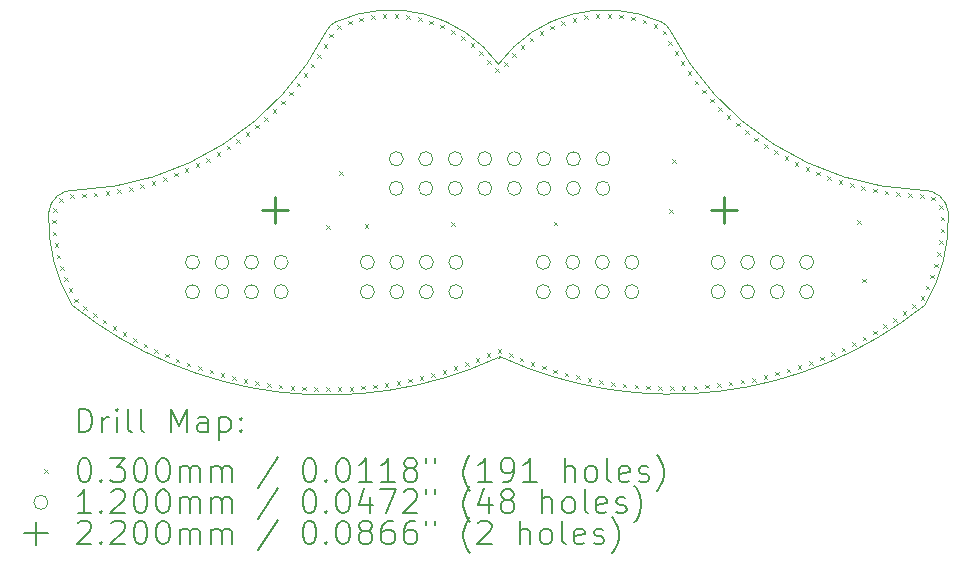
<source format=gbr>
%TF.GenerationSoftware,KiCad,Pcbnew,8.0.1-rc1*%
%TF.CreationDate,2024-05-02T00:25:49-04:00*%
%TF.ProjectId,Mustachio_v2,4d757374-6163-4686-996f-5f76322e6b69,rev?*%
%TF.SameCoordinates,Original*%
%TF.FileFunction,Drillmap*%
%TF.FilePolarity,Positive*%
%FSLAX45Y45*%
G04 Gerber Fmt 4.5, Leading zero omitted, Abs format (unit mm)*
G04 Created by KiCad (PCBNEW 8.0.1-rc1) date 2024-05-02 00:25:49*
%MOMM*%
%LPD*%
G01*
G04 APERTURE LIST*
%ADD10C,0.100000*%
%ADD11C,0.200000*%
%ADD12C,0.120000*%
%ADD13C,0.220000*%
G04 APERTURE END LIST*
D10*
X11519489Y-6231266D02*
G75*
G02*
X11528673Y-6230897I5000J-10000D01*
G01*
X11504848Y-6238354D02*
X11519489Y-6231266D01*
X7701477Y-5012827D02*
G75*
G02*
X7929331Y-4819512I210503J-17173D01*
G01*
X10061980Y-3460000D02*
G75*
G02*
X10130379Y-3396156I120001J-60000D01*
G01*
X7900524Y-5792802D02*
G75*
G02*
X7702439Y-5012905I1211457J722802D01*
G01*
X10061980Y-3460000D02*
G75*
G02*
X7929331Y-4819512I-2220000J1130000D01*
G01*
X10130379Y-3396156D02*
G75*
G02*
X11510990Y-3753393I471602J-1023844D01*
G01*
X11504848Y-6238354D02*
G75*
G02*
X7900524Y-5792802I-1441547J3140001D01*
G01*
X12891602Y-3396156D02*
G75*
G02*
X12960000Y-3460000I-51602J-123844D01*
G01*
X15092649Y-4819512D02*
G75*
G02*
X15320503Y-5012827I17351J-210488D01*
G01*
X15319541Y-5012905D02*
G75*
G02*
X15121456Y-5792802I-1409542J-57095D01*
G01*
X15121456Y-5792802D02*
G75*
G02*
X11528673Y-6230897I-2151456J2692802D01*
G01*
X15092649Y-4819512D02*
G75*
G02*
X12960000Y-3460000I87351J2489512D01*
G01*
X11510990Y-3753393D02*
G75*
G02*
X12891602Y-3396156I909010J-666607D01*
G01*
D11*
D10*
X7734049Y-5071492D02*
X7764049Y-5101492D01*
X7764049Y-5071492D02*
X7734049Y-5101492D01*
X7737205Y-5171631D02*
X7767205Y-5201631D01*
X7767205Y-5171631D02*
X7737205Y-5201631D01*
X7739690Y-4971959D02*
X7769690Y-5001959D01*
X7769690Y-4971959D02*
X7739690Y-5001959D01*
X7752638Y-5269752D02*
X7782638Y-5299752D01*
X7782638Y-5269752D02*
X7752638Y-5299752D01*
X7772219Y-5367900D02*
X7802219Y-5397900D01*
X7802219Y-5367900D02*
X7772219Y-5397900D01*
X7793948Y-4889953D02*
X7823948Y-4919953D01*
X7823948Y-4889953D02*
X7793948Y-4919953D01*
X7800196Y-5464051D02*
X7830196Y-5494051D01*
X7830196Y-5464051D02*
X7800196Y-5494051D01*
X7832289Y-5558911D02*
X7862289Y-5588911D01*
X7862289Y-5558911D02*
X7832289Y-5588911D01*
X7873354Y-5650306D02*
X7903354Y-5680306D01*
X7903354Y-5650306D02*
X7873354Y-5680306D01*
X7885511Y-4853704D02*
X7915511Y-4883704D01*
X7915511Y-4853704D02*
X7885511Y-4883704D01*
X7919494Y-5739137D02*
X7949494Y-5769137D01*
X7949494Y-5739137D02*
X7919494Y-5769137D01*
X7985591Y-4849183D02*
X8015591Y-4879183D01*
X8015591Y-4849183D02*
X7985591Y-4879183D01*
X7996689Y-5802274D02*
X8026689Y-5832274D01*
X8026689Y-5802274D02*
X7996689Y-5832274D01*
X8077333Y-5861688D02*
X8107333Y-5891688D01*
X8107333Y-5861688D02*
X8077333Y-5891688D01*
X8085394Y-4840385D02*
X8115394Y-4870385D01*
X8115394Y-4840385D02*
X8085394Y-4870385D01*
X8159997Y-5918309D02*
X8189997Y-5948309D01*
X8189997Y-5918309D02*
X8159997Y-5948309D01*
X8184936Y-4829288D02*
X8214936Y-4859288D01*
X8214936Y-4829288D02*
X8184936Y-4859288D01*
X8244461Y-5972143D02*
X8274461Y-6002143D01*
X8274461Y-5972143D02*
X8244461Y-6002143D01*
X8283842Y-4813283D02*
X8313842Y-4843283D01*
X8313842Y-4813283D02*
X8283842Y-4843283D01*
X8330161Y-6024055D02*
X8360161Y-6054055D01*
X8360161Y-6024055D02*
X8330161Y-6054055D01*
X8382111Y-4793876D02*
X8412112Y-4823876D01*
X8412112Y-4793876D02*
X8382111Y-4823876D01*
X8417142Y-6073710D02*
X8447142Y-6103710D01*
X8447142Y-6073710D02*
X8417142Y-6103710D01*
X8479299Y-4769610D02*
X8509299Y-4799610D01*
X8509299Y-4769610D02*
X8479299Y-4799610D01*
X8505777Y-6120436D02*
X8535777Y-6150436D01*
X8535777Y-6120436D02*
X8505777Y-6150436D01*
X8575541Y-4741789D02*
X8605541Y-4771789D01*
X8605541Y-4741789D02*
X8575541Y-4771789D01*
X8595504Y-6164906D02*
X8625504Y-6194906D01*
X8625504Y-6164906D02*
X8595504Y-6194906D01*
X8670391Y-4709500D02*
X8700391Y-4739500D01*
X8700391Y-4709500D02*
X8670391Y-4739500D01*
X8687110Y-6205498D02*
X8717110Y-6235498D01*
X8717110Y-6205498D02*
X8687110Y-6235498D01*
X8764058Y-4673921D02*
X8794058Y-4703921D01*
X8794058Y-4673921D02*
X8764058Y-4703921D01*
X8779109Y-6245182D02*
X8809109Y-6275182D01*
X8809109Y-6245182D02*
X8779109Y-6275182D01*
X8856172Y-4634623D02*
X8886172Y-4664623D01*
X8886172Y-4634623D02*
X8856172Y-4664623D01*
X8872584Y-6280943D02*
X8902584Y-6310943D01*
X8902584Y-6280943D02*
X8872584Y-6310943D01*
X8947305Y-4592979D02*
X8977305Y-4622979D01*
X8977305Y-4592979D02*
X8947305Y-4622979D01*
X8968349Y-6310409D02*
X8998349Y-6340409D01*
X8998349Y-6310409D02*
X8968349Y-6340409D01*
X9036863Y-4548062D02*
X9066863Y-4578062D01*
X9066863Y-4548062D02*
X9036863Y-4578062D01*
X9064115Y-6339876D02*
X9094115Y-6369876D01*
X9094115Y-6339876D02*
X9064115Y-6369876D01*
X9123977Y-4498626D02*
X9153977Y-4528626D01*
X9153977Y-4498626D02*
X9123977Y-4528626D01*
X9159881Y-6369342D02*
X9189881Y-6399342D01*
X9189881Y-6369342D02*
X9159881Y-6399342D01*
X9208708Y-4445286D02*
X9238708Y-4475286D01*
X9238708Y-4445286D02*
X9208708Y-4475286D01*
X9256762Y-6394846D02*
X9286762Y-6424846D01*
X9286762Y-6394846D02*
X9256762Y-6424846D01*
X9290636Y-4387604D02*
X9320636Y-4417604D01*
X9320636Y-4387604D02*
X9290636Y-4417604D01*
X9353844Y-6419633D02*
X9383844Y-6449633D01*
X9383844Y-6419633D02*
X9353844Y-6449633D01*
X9372403Y-4329696D02*
X9402403Y-4359696D01*
X9402403Y-4329696D02*
X9372403Y-4359696D01*
X9450242Y-4266606D02*
X9480242Y-4296606D01*
X9480242Y-4266606D02*
X9450242Y-4296606D01*
X9452534Y-6436835D02*
X9482534Y-6466835D01*
X9482534Y-6436835D02*
X9452534Y-6466835D01*
X9526435Y-4201577D02*
X9556435Y-4231577D01*
X9556435Y-4201577D02*
X9526435Y-4231577D01*
X9551365Y-6453314D02*
X9581365Y-6483314D01*
X9581365Y-6453314D02*
X9551365Y-6483314D01*
X9600537Y-4134173D02*
X9630537Y-4164173D01*
X9630537Y-4134173D02*
X9600537Y-4164173D01*
X9650396Y-6468550D02*
X9680396Y-6498550D01*
X9680396Y-6468550D02*
X9650396Y-6498550D01*
X9671328Y-4063267D02*
X9701328Y-4093267D01*
X9701328Y-4063267D02*
X9671328Y-4093267D01*
X9737505Y-3988035D02*
X9767505Y-4018035D01*
X9767505Y-3988035D02*
X9737505Y-4018035D01*
X9750027Y-6478295D02*
X9780027Y-6508295D01*
X9780027Y-6478295D02*
X9750027Y-6508295D01*
X9801096Y-3910663D02*
X9831096Y-3940663D01*
X9831096Y-3910663D02*
X9801096Y-3940663D01*
X9850014Y-6484762D02*
X9880014Y-6514762D01*
X9880014Y-6484762D02*
X9850014Y-6514762D01*
X9862534Y-3831513D02*
X9892534Y-3861513D01*
X9892534Y-3831513D02*
X9862534Y-3861513D01*
X9922338Y-3751132D02*
X9952338Y-3781132D01*
X9952338Y-3751132D02*
X9922338Y-3781132D01*
X9950084Y-6489678D02*
X9980084Y-6519678D01*
X9980084Y-6489678D02*
X9950084Y-6519678D01*
X9976156Y-3666653D02*
X10006156Y-3696653D01*
X10006156Y-3666653D02*
X9976156Y-3696653D01*
X10029723Y-3581983D02*
X10059723Y-3611983D01*
X10059723Y-3581983D02*
X10029723Y-3611983D01*
X10050274Y-6490000D02*
X10080274Y-6520000D01*
X10080274Y-6490000D02*
X10050274Y-6520000D01*
X10051000Y-5118000D02*
X10081000Y-5148000D01*
X10081000Y-5118000D02*
X10051000Y-5148000D01*
X10077089Y-3493779D02*
X10107089Y-3523779D01*
X10107089Y-3493779D02*
X10077089Y-3523779D01*
X10144211Y-3423525D02*
X10174211Y-3453525D01*
X10174211Y-3423525D02*
X10144211Y-3453525D01*
X10150458Y-6489239D02*
X10180458Y-6519239D01*
X10180458Y-6489239D02*
X10150458Y-6519239D01*
X10164000Y-4659000D02*
X10194000Y-4689000D01*
X10194000Y-4659000D02*
X10164000Y-4689000D01*
X10236567Y-3385389D02*
X10266567Y-3415389D01*
X10266567Y-3385389D02*
X10236567Y-3415389D01*
X10250601Y-6485967D02*
X10280601Y-6515967D01*
X10280601Y-6485967D02*
X10250601Y-6515967D01*
X10333730Y-3360923D02*
X10363730Y-3390923D01*
X10363730Y-3360923D02*
X10333730Y-3390923D01*
X10350351Y-6477138D02*
X10380351Y-6507138D01*
X10380351Y-6477138D02*
X10350351Y-6507138D01*
X10378000Y-5108000D02*
X10408000Y-5138000D01*
X10408000Y-5108000D02*
X10378000Y-5138000D01*
X10431446Y-3338844D02*
X10461446Y-3368844D01*
X10461446Y-3338844D02*
X10431446Y-3368844D01*
X10449957Y-6466272D02*
X10479957Y-6496272D01*
X10479957Y-6466272D02*
X10449957Y-6496272D01*
X10530875Y-3328477D02*
X10560875Y-3358477D01*
X10560875Y-3328477D02*
X10530875Y-3358477D01*
X10549255Y-6453056D02*
X10579255Y-6483056D01*
X10579255Y-6453056D02*
X10549255Y-6483056D01*
X10630992Y-3329411D02*
X10660992Y-3359411D01*
X10660992Y-3329411D02*
X10630992Y-3359411D01*
X10648305Y-6437938D02*
X10678305Y-6467938D01*
X10678305Y-6437938D02*
X10648305Y-6467938D01*
X10730638Y-3338313D02*
X10760638Y-3368313D01*
X10760638Y-3338313D02*
X10730638Y-3368313D01*
X10746454Y-6418083D02*
X10776454Y-6448083D01*
X10776454Y-6418083D02*
X10746454Y-6448083D01*
X10829651Y-3353237D02*
X10859651Y-3383237D01*
X10859651Y-3353237D02*
X10829651Y-3383237D01*
X10844090Y-6395590D02*
X10874090Y-6425590D01*
X10874090Y-6395590D02*
X10844090Y-6425590D01*
X10924766Y-3384740D02*
X10954766Y-3414740D01*
X10954766Y-3384740D02*
X10924766Y-3414740D01*
X10940987Y-6370090D02*
X10970987Y-6400090D01*
X10970987Y-6370090D02*
X10940987Y-6400090D01*
X11018711Y-3419385D02*
X11048711Y-3449385D01*
X11048711Y-3419385D02*
X11018711Y-3449385D01*
X11037467Y-6343139D02*
X11067467Y-6373139D01*
X11067467Y-6343139D02*
X11037467Y-6373139D01*
X11108372Y-3463617D02*
X11138372Y-3493617D01*
X11138372Y-3463617D02*
X11108372Y-3493617D01*
X11111000Y-5090000D02*
X11141000Y-5120000D01*
X11141000Y-5090000D02*
X11111000Y-5120000D01*
X11132857Y-6312527D02*
X11162857Y-6342527D01*
X11162857Y-6312527D02*
X11132857Y-6342527D01*
X11193187Y-3516790D02*
X11223187Y-3546790D01*
X11223187Y-3516790D02*
X11193187Y-3546790D01*
X11226922Y-6278014D02*
X11256922Y-6308014D01*
X11256922Y-6278014D02*
X11226922Y-6308014D01*
X11274539Y-3575270D02*
X11304539Y-3605270D01*
X11304539Y-3575270D02*
X11274539Y-3605270D01*
X11319852Y-6240609D02*
X11349852Y-6270609D01*
X11349852Y-6240609D02*
X11319852Y-6270609D01*
X11347701Y-3643620D02*
X11377701Y-3673620D01*
X11377701Y-3643620D02*
X11347701Y-3673620D01*
X11412281Y-6201927D02*
X11442281Y-6231927D01*
X11442281Y-6201927D02*
X11412281Y-6231927D01*
X11415170Y-3717511D02*
X11445170Y-3747511D01*
X11445170Y-3717511D02*
X11415170Y-3747511D01*
X11483465Y-3785984D02*
X11513465Y-3815984D01*
X11513465Y-3785984D02*
X11483465Y-3815984D01*
X11505939Y-6167282D02*
X11535939Y-6197282D01*
X11535939Y-6167282D02*
X11505939Y-6197282D01*
X11560788Y-3736775D02*
X11590788Y-3766775D01*
X11590788Y-3736775D02*
X11560788Y-3766775D01*
X11599739Y-6198759D02*
X11629739Y-6228759D01*
X11629739Y-6198759D02*
X11599739Y-6228759D01*
X11626074Y-3660798D02*
X11656074Y-3690798D01*
X11656074Y-3660798D02*
X11626074Y-3690798D01*
X11692113Y-6237568D02*
X11722113Y-6267568D01*
X11722113Y-6237568D02*
X11692113Y-6267568D01*
X11698076Y-3591119D02*
X11728076Y-3621119D01*
X11728076Y-3591119D02*
X11698076Y-3621119D01*
X11776639Y-3529121D02*
X11806639Y-3559121D01*
X11806639Y-3529121D02*
X11776639Y-3559121D01*
X11785078Y-6274734D02*
X11815078Y-6304734D01*
X11815078Y-6274734D02*
X11785078Y-6304734D01*
X11860817Y-3475384D02*
X11890817Y-3505384D01*
X11890817Y-3475384D02*
X11860817Y-3505384D01*
X11880065Y-6306622D02*
X11910065Y-6336622D01*
X11910065Y-6306622D02*
X11880065Y-6336622D01*
X11949564Y-3428872D02*
X11979564Y-3458872D01*
X11979564Y-3428872D02*
X11949564Y-3458872D01*
X11974647Y-6339688D02*
X12004647Y-6369688D01*
X12004647Y-6339688D02*
X11974647Y-6369688D01*
X11978000Y-5086000D02*
X12008000Y-5116000D01*
X12008000Y-5086000D02*
X11978000Y-5116000D01*
X12042141Y-3391214D02*
X12072141Y-3421214D01*
X12072141Y-3391214D02*
X12042141Y-3421214D01*
X12071629Y-6364754D02*
X12101629Y-6394754D01*
X12101629Y-6364754D02*
X12071629Y-6394754D01*
X12138011Y-3362109D02*
X12168011Y-3392109D01*
X12168011Y-3362109D02*
X12138011Y-3392109D01*
X12168877Y-6388875D02*
X12198877Y-6418875D01*
X12198877Y-6388875D02*
X12168877Y-6418875D01*
X12235550Y-3340035D02*
X12265550Y-3370035D01*
X12265550Y-3340035D02*
X12235550Y-3370035D01*
X12266437Y-6411708D02*
X12296437Y-6441708D01*
X12296437Y-6411708D02*
X12266437Y-6441708D01*
X12335190Y-3329923D02*
X12365190Y-3359923D01*
X12365190Y-3329923D02*
X12335190Y-3359923D01*
X12364978Y-6429640D02*
X12394978Y-6459640D01*
X12394978Y-6429640D02*
X12364978Y-6459640D01*
X12435204Y-3327933D02*
X12465204Y-3357933D01*
X12465204Y-3327933D02*
X12435204Y-3357933D01*
X12463855Y-6445821D02*
X12493855Y-6475821D01*
X12493855Y-6445821D02*
X12463855Y-6475821D01*
X12535070Y-3336048D02*
X12565070Y-3366048D01*
X12565070Y-3336048D02*
X12535070Y-3366048D01*
X12563152Y-6459218D02*
X12593152Y-6489218D01*
X12593152Y-6459218D02*
X12563152Y-6489218D01*
X12633702Y-3352111D02*
X12663702Y-3382111D01*
X12663702Y-3352111D02*
X12633702Y-3382111D01*
X12662940Y-6468054D02*
X12692940Y-6498054D01*
X12692940Y-6468054D02*
X12662940Y-6498054D01*
X12730758Y-3376862D02*
X12760758Y-3406862D01*
X12760758Y-3376862D02*
X12730758Y-3406862D01*
X12762816Y-6476061D02*
X12792816Y-6506061D01*
X12792816Y-6476061D02*
X12762816Y-6506061D01*
X12824209Y-3413004D02*
X12854209Y-3443004D01*
X12854209Y-3413004D02*
X12824209Y-3443004D01*
X12862969Y-6478989D02*
X12892969Y-6508989D01*
X12892969Y-6478989D02*
X12862969Y-6508989D01*
X12901977Y-3471252D02*
X12931977Y-3501252D01*
X12931977Y-3471252D02*
X12901977Y-3501252D01*
X12949729Y-3559331D02*
X12979729Y-3589331D01*
X12979729Y-3559331D02*
X12949729Y-3589331D01*
X12957000Y-4981000D02*
X12987000Y-5011000D01*
X12987000Y-4981000D02*
X12957000Y-5011000D01*
X12963136Y-6480711D02*
X12993136Y-6510711D01*
X12993136Y-6480711D02*
X12963136Y-6510711D01*
X12982000Y-4557000D02*
X13012000Y-4587000D01*
X13012000Y-4557000D02*
X12982000Y-4587000D01*
X13002351Y-3644597D02*
X13032351Y-3674597D01*
X13032351Y-3644597D02*
X13002351Y-3674597D01*
X13054972Y-3729864D02*
X13084972Y-3759864D01*
X13084972Y-3729864D02*
X13054972Y-3759864D01*
X13063313Y-6479188D02*
X13093313Y-6509188D01*
X13093313Y-6479188D02*
X13063313Y-6509188D01*
X13111190Y-3812798D02*
X13141190Y-3842798D01*
X13141190Y-3812798D02*
X13111190Y-3842798D01*
X13163437Y-6475367D02*
X13193437Y-6505367D01*
X13193437Y-6475367D02*
X13163437Y-6505367D01*
X13173368Y-3891263D02*
X13203368Y-3921263D01*
X13203368Y-3891263D02*
X13173368Y-3921263D01*
X13237433Y-3968302D02*
X13267433Y-3998302D01*
X13267433Y-3968302D02*
X13237433Y-3998302D01*
X13263235Y-6466550D02*
X13293235Y-6496550D01*
X13293235Y-6466550D02*
X13263235Y-6496550D01*
X13302252Y-4044689D02*
X13332252Y-4074689D01*
X13332252Y-4044689D02*
X13302252Y-4074689D01*
X13362782Y-6455263D02*
X13392782Y-6485263D01*
X13392782Y-6455263D02*
X13362782Y-6485263D01*
X13370987Y-4117585D02*
X13400987Y-4147585D01*
X13400987Y-4117585D02*
X13370987Y-4147585D01*
X13444506Y-4185576D02*
X13474506Y-4215576D01*
X13474506Y-4185576D02*
X13444506Y-4215576D01*
X13462031Y-6441605D02*
X13492031Y-6471605D01*
X13492031Y-6441605D02*
X13462031Y-6471605D01*
X13521669Y-4249492D02*
X13551669Y-4279492D01*
X13551669Y-4249492D02*
X13521669Y-4279492D01*
X13560987Y-6425890D02*
X13590987Y-6455890D01*
X13590987Y-6425890D02*
X13560987Y-6455890D01*
X13598832Y-4313408D02*
X13628832Y-4343408D01*
X13628832Y-4313408D02*
X13598832Y-4343408D01*
X13659842Y-6409689D02*
X13689842Y-6439689D01*
X13689842Y-6409689D02*
X13659842Y-6439689D01*
X13677105Y-4375861D02*
X13707105Y-4405861D01*
X13707105Y-4375861D02*
X13677105Y-4405861D01*
X13756847Y-6384601D02*
X13786847Y-6414601D01*
X13786847Y-6384601D02*
X13756847Y-6414601D01*
X13759552Y-4432798D02*
X13789552Y-4462798D01*
X13789552Y-4432798D02*
X13759552Y-4462798D01*
X13845972Y-4483502D02*
X13875972Y-4513502D01*
X13875972Y-4483502D02*
X13845972Y-4513502D01*
X13853587Y-6358554D02*
X13883587Y-6388554D01*
X13883587Y-6358554D02*
X13853587Y-6388554D01*
X13932423Y-4534154D02*
X13962423Y-4564154D01*
X13962423Y-4534154D02*
X13932423Y-4564154D01*
X13949677Y-6330163D02*
X13979677Y-6360163D01*
X13979677Y-6330163D02*
X13949677Y-6360163D01*
X14020355Y-4581971D02*
X14050355Y-4611971D01*
X14050355Y-4581971D02*
X14020355Y-4611971D01*
X14045123Y-6299758D02*
X14075123Y-6329758D01*
X14075123Y-6299758D02*
X14045123Y-6329758D01*
X14111368Y-4623877D02*
X14141368Y-4653877D01*
X14141368Y-4623877D02*
X14111368Y-4653877D01*
X14139868Y-6267157D02*
X14169868Y-6297157D01*
X14169868Y-6267157D02*
X14139868Y-6297157D01*
X14203184Y-4663976D02*
X14233184Y-4693976D01*
X14233184Y-4663976D02*
X14203184Y-4693976D01*
X14233325Y-6231184D02*
X14263325Y-6261184D01*
X14263325Y-6231184D02*
X14233325Y-6261184D01*
X14295802Y-4702079D02*
X14325802Y-4732079D01*
X14325802Y-4702079D02*
X14295802Y-4732079D01*
X14325699Y-6192371D02*
X14355699Y-6222371D01*
X14355699Y-6192371D02*
X14325699Y-6222371D01*
X14390673Y-4734311D02*
X14420673Y-4764311D01*
X14420673Y-4734311D02*
X14390673Y-4764311D01*
X14418046Y-6153500D02*
X14448046Y-6183500D01*
X14448046Y-6153500D02*
X14418046Y-6183500D01*
X14486659Y-4762804D02*
X14516659Y-4792804D01*
X14516659Y-4762804D02*
X14486659Y-4792804D01*
X14506335Y-6106126D02*
X14536335Y-6136126D01*
X14536335Y-6106126D02*
X14506335Y-6136126D01*
X14546000Y-5075000D02*
X14576000Y-5105000D01*
X14576000Y-5075000D02*
X14546000Y-5105000D01*
X14583695Y-4787772D02*
X14613695Y-4817772D01*
X14613695Y-4787772D02*
X14583695Y-4817772D01*
X14591000Y-5568000D02*
X14621000Y-5598000D01*
X14621000Y-5568000D02*
X14591000Y-5598000D01*
X14594624Y-6058751D02*
X14624624Y-6088751D01*
X14624624Y-6058751D02*
X14594624Y-6088751D01*
X14681633Y-4808779D02*
X14711633Y-4838779D01*
X14711633Y-4808779D02*
X14681633Y-4838779D01*
X14681961Y-6009745D02*
X14711961Y-6039745D01*
X14711961Y-6009745D02*
X14681961Y-6039745D01*
X14766617Y-5956146D02*
X14796617Y-5986146D01*
X14796617Y-5956146D02*
X14766617Y-5986146D01*
X14780451Y-4825201D02*
X14810451Y-4855201D01*
X14810451Y-4825201D02*
X14780451Y-4855201D01*
X14850900Y-5901974D02*
X14880900Y-5931974D01*
X14880900Y-5901974D02*
X14850900Y-5931974D01*
X14879749Y-4838297D02*
X14909749Y-4868297D01*
X14909749Y-4838297D02*
X14879749Y-4868297D01*
X14933950Y-5845936D02*
X14963950Y-5875936D01*
X14963950Y-5845936D02*
X14933950Y-5875936D01*
X14979577Y-4846855D02*
X15009577Y-4876855D01*
X15009577Y-4846855D02*
X14979577Y-4876855D01*
X15014794Y-5786755D02*
X15044794Y-5816755D01*
X15044794Y-5786755D02*
X15014794Y-5816755D01*
X15079604Y-4852483D02*
X15109604Y-4882483D01*
X15109604Y-4852483D02*
X15079604Y-4882483D01*
X15084005Y-5717237D02*
X15114005Y-5747237D01*
X15114005Y-5717237D02*
X15084005Y-5747237D01*
X15128434Y-5627453D02*
X15158434Y-5657453D01*
X15158434Y-5627453D02*
X15128434Y-5657453D01*
X15168316Y-5535628D02*
X15198316Y-5565628D01*
X15198316Y-5535628D02*
X15168316Y-5565628D01*
X15175083Y-4875349D02*
X15205083Y-4905349D01*
X15205083Y-4875349D02*
X15175083Y-4905349D01*
X15200413Y-5440800D02*
X15230413Y-5470800D01*
X15230413Y-5440800D02*
X15200413Y-5470800D01*
X15226139Y-5344027D02*
X15256139Y-5374027D01*
X15256139Y-5344027D02*
X15226139Y-5374027D01*
X15242301Y-5245149D02*
X15272301Y-5275149D01*
X15272301Y-5245149D02*
X15242301Y-5275149D01*
X15243031Y-4947089D02*
X15273031Y-4977089D01*
X15273031Y-4947089D02*
X15243031Y-4977089D01*
X15254205Y-5145662D02*
X15284205Y-5175662D01*
X15284205Y-5145662D02*
X15254205Y-5175662D01*
X15256588Y-5045528D02*
X15286588Y-5075528D01*
X15286588Y-5045528D02*
X15256588Y-5075528D01*
D12*
X8980000Y-5430000D02*
G75*
G02*
X8860000Y-5430000I-60000J0D01*
G01*
X8860000Y-5430000D02*
G75*
G02*
X8980000Y-5430000I60000J0D01*
G01*
X8980000Y-5680000D02*
G75*
G02*
X8860000Y-5680000I-60000J0D01*
G01*
X8860000Y-5680000D02*
G75*
G02*
X8980000Y-5680000I60000J0D01*
G01*
X9230000Y-5430000D02*
G75*
G02*
X9110000Y-5430000I-60000J0D01*
G01*
X9110000Y-5430000D02*
G75*
G02*
X9230000Y-5430000I60000J0D01*
G01*
X9230000Y-5680000D02*
G75*
G02*
X9110000Y-5680000I-60000J0D01*
G01*
X9110000Y-5680000D02*
G75*
G02*
X9230000Y-5680000I60000J0D01*
G01*
X9480000Y-5430000D02*
G75*
G02*
X9360000Y-5430000I-60000J0D01*
G01*
X9360000Y-5430000D02*
G75*
G02*
X9480000Y-5430000I60000J0D01*
G01*
X9480000Y-5680000D02*
G75*
G02*
X9360000Y-5680000I-60000J0D01*
G01*
X9360000Y-5680000D02*
G75*
G02*
X9480000Y-5680000I60000J0D01*
G01*
X9730000Y-5430000D02*
G75*
G02*
X9610000Y-5430000I-60000J0D01*
G01*
X9610000Y-5430000D02*
G75*
G02*
X9730000Y-5430000I60000J0D01*
G01*
X9730000Y-5680000D02*
G75*
G02*
X9610000Y-5680000I-60000J0D01*
G01*
X9610000Y-5680000D02*
G75*
G02*
X9730000Y-5680000I60000J0D01*
G01*
X10460000Y-5430000D02*
G75*
G02*
X10340000Y-5430000I-60000J0D01*
G01*
X10340000Y-5430000D02*
G75*
G02*
X10460000Y-5430000I60000J0D01*
G01*
X10460000Y-5680000D02*
G75*
G02*
X10340000Y-5680000I-60000J0D01*
G01*
X10340000Y-5680000D02*
G75*
G02*
X10460000Y-5680000I60000J0D01*
G01*
X10705000Y-4554000D02*
G75*
G02*
X10585000Y-4554000I-60000J0D01*
G01*
X10585000Y-4554000D02*
G75*
G02*
X10705000Y-4554000I60000J0D01*
G01*
X10705000Y-4804000D02*
G75*
G02*
X10585000Y-4804000I-60000J0D01*
G01*
X10585000Y-4804000D02*
G75*
G02*
X10705000Y-4804000I60000J0D01*
G01*
X10710000Y-5430000D02*
G75*
G02*
X10590000Y-5430000I-60000J0D01*
G01*
X10590000Y-5430000D02*
G75*
G02*
X10710000Y-5430000I60000J0D01*
G01*
X10710000Y-5680000D02*
G75*
G02*
X10590000Y-5680000I-60000J0D01*
G01*
X10590000Y-5680000D02*
G75*
G02*
X10710000Y-5680000I60000J0D01*
G01*
X10955000Y-4554000D02*
G75*
G02*
X10835000Y-4554000I-60000J0D01*
G01*
X10835000Y-4554000D02*
G75*
G02*
X10955000Y-4554000I60000J0D01*
G01*
X10955000Y-4804000D02*
G75*
G02*
X10835000Y-4804000I-60000J0D01*
G01*
X10835000Y-4804000D02*
G75*
G02*
X10955000Y-4804000I60000J0D01*
G01*
X10960000Y-5430000D02*
G75*
G02*
X10840000Y-5430000I-60000J0D01*
G01*
X10840000Y-5430000D02*
G75*
G02*
X10960000Y-5430000I60000J0D01*
G01*
X10960000Y-5680000D02*
G75*
G02*
X10840000Y-5680000I-60000J0D01*
G01*
X10840000Y-5680000D02*
G75*
G02*
X10960000Y-5680000I60000J0D01*
G01*
X11205000Y-4554000D02*
G75*
G02*
X11085000Y-4554000I-60000J0D01*
G01*
X11085000Y-4554000D02*
G75*
G02*
X11205000Y-4554000I60000J0D01*
G01*
X11205000Y-4804000D02*
G75*
G02*
X11085000Y-4804000I-60000J0D01*
G01*
X11085000Y-4804000D02*
G75*
G02*
X11205000Y-4804000I60000J0D01*
G01*
X11210000Y-5430000D02*
G75*
G02*
X11090000Y-5430000I-60000J0D01*
G01*
X11090000Y-5430000D02*
G75*
G02*
X11210000Y-5430000I60000J0D01*
G01*
X11210000Y-5680000D02*
G75*
G02*
X11090000Y-5680000I-60000J0D01*
G01*
X11090000Y-5680000D02*
G75*
G02*
X11210000Y-5680000I60000J0D01*
G01*
X11455000Y-4554000D02*
G75*
G02*
X11335000Y-4554000I-60000J0D01*
G01*
X11335000Y-4554000D02*
G75*
G02*
X11455000Y-4554000I60000J0D01*
G01*
X11455000Y-4804000D02*
G75*
G02*
X11335000Y-4804000I-60000J0D01*
G01*
X11335000Y-4804000D02*
G75*
G02*
X11455000Y-4804000I60000J0D01*
G01*
X11705000Y-4554000D02*
G75*
G02*
X11585000Y-4554000I-60000J0D01*
G01*
X11585000Y-4554000D02*
G75*
G02*
X11705000Y-4554000I60000J0D01*
G01*
X11705000Y-4804000D02*
G75*
G02*
X11585000Y-4804000I-60000J0D01*
G01*
X11585000Y-4804000D02*
G75*
G02*
X11705000Y-4804000I60000J0D01*
G01*
X11950000Y-5430000D02*
G75*
G02*
X11830000Y-5430000I-60000J0D01*
G01*
X11830000Y-5430000D02*
G75*
G02*
X11950000Y-5430000I60000J0D01*
G01*
X11950000Y-5680000D02*
G75*
G02*
X11830000Y-5680000I-60000J0D01*
G01*
X11830000Y-5680000D02*
G75*
G02*
X11950000Y-5680000I60000J0D01*
G01*
X11955000Y-4554000D02*
G75*
G02*
X11835000Y-4554000I-60000J0D01*
G01*
X11835000Y-4554000D02*
G75*
G02*
X11955000Y-4554000I60000J0D01*
G01*
X11955000Y-4804000D02*
G75*
G02*
X11835000Y-4804000I-60000J0D01*
G01*
X11835000Y-4804000D02*
G75*
G02*
X11955000Y-4804000I60000J0D01*
G01*
X12200000Y-5430000D02*
G75*
G02*
X12080000Y-5430000I-60000J0D01*
G01*
X12080000Y-5430000D02*
G75*
G02*
X12200000Y-5430000I60000J0D01*
G01*
X12200000Y-5680000D02*
G75*
G02*
X12080000Y-5680000I-60000J0D01*
G01*
X12080000Y-5680000D02*
G75*
G02*
X12200000Y-5680000I60000J0D01*
G01*
X12205000Y-4554000D02*
G75*
G02*
X12085000Y-4554000I-60000J0D01*
G01*
X12085000Y-4554000D02*
G75*
G02*
X12205000Y-4554000I60000J0D01*
G01*
X12205000Y-4804000D02*
G75*
G02*
X12085000Y-4804000I-60000J0D01*
G01*
X12085000Y-4804000D02*
G75*
G02*
X12205000Y-4804000I60000J0D01*
G01*
X12450000Y-5430000D02*
G75*
G02*
X12330000Y-5430000I-60000J0D01*
G01*
X12330000Y-5430000D02*
G75*
G02*
X12450000Y-5430000I60000J0D01*
G01*
X12450000Y-5680000D02*
G75*
G02*
X12330000Y-5680000I-60000J0D01*
G01*
X12330000Y-5680000D02*
G75*
G02*
X12450000Y-5680000I60000J0D01*
G01*
X12455000Y-4554000D02*
G75*
G02*
X12335000Y-4554000I-60000J0D01*
G01*
X12335000Y-4554000D02*
G75*
G02*
X12455000Y-4554000I60000J0D01*
G01*
X12455000Y-4804000D02*
G75*
G02*
X12335000Y-4804000I-60000J0D01*
G01*
X12335000Y-4804000D02*
G75*
G02*
X12455000Y-4804000I60000J0D01*
G01*
X12700000Y-5430000D02*
G75*
G02*
X12580000Y-5430000I-60000J0D01*
G01*
X12580000Y-5430000D02*
G75*
G02*
X12700000Y-5430000I60000J0D01*
G01*
X12700000Y-5680000D02*
G75*
G02*
X12580000Y-5680000I-60000J0D01*
G01*
X12580000Y-5680000D02*
G75*
G02*
X12700000Y-5680000I60000J0D01*
G01*
X13430000Y-5430000D02*
G75*
G02*
X13310000Y-5430000I-60000J0D01*
G01*
X13310000Y-5430000D02*
G75*
G02*
X13430000Y-5430000I60000J0D01*
G01*
X13430000Y-5680000D02*
G75*
G02*
X13310000Y-5680000I-60000J0D01*
G01*
X13310000Y-5680000D02*
G75*
G02*
X13430000Y-5680000I60000J0D01*
G01*
X13680000Y-5430000D02*
G75*
G02*
X13560000Y-5430000I-60000J0D01*
G01*
X13560000Y-5430000D02*
G75*
G02*
X13680000Y-5430000I60000J0D01*
G01*
X13680000Y-5680000D02*
G75*
G02*
X13560000Y-5680000I-60000J0D01*
G01*
X13560000Y-5680000D02*
G75*
G02*
X13680000Y-5680000I60000J0D01*
G01*
X13930000Y-5430000D02*
G75*
G02*
X13810000Y-5430000I-60000J0D01*
G01*
X13810000Y-5430000D02*
G75*
G02*
X13930000Y-5430000I60000J0D01*
G01*
X13930000Y-5680000D02*
G75*
G02*
X13810000Y-5680000I-60000J0D01*
G01*
X13810000Y-5680000D02*
G75*
G02*
X13930000Y-5680000I60000J0D01*
G01*
X14180000Y-5430000D02*
G75*
G02*
X14060000Y-5430000I-60000J0D01*
G01*
X14060000Y-5430000D02*
G75*
G02*
X14180000Y-5430000I60000J0D01*
G01*
X14180000Y-5680000D02*
G75*
G02*
X14060000Y-5680000I-60000J0D01*
G01*
X14060000Y-5680000D02*
G75*
G02*
X14180000Y-5680000I60000J0D01*
G01*
D13*
X9620000Y-4880000D02*
X9620000Y-5100000D01*
X9510000Y-4990000D02*
X9730000Y-4990000D01*
X13420000Y-4880000D02*
X13420000Y-5100000D01*
X13310000Y-4990000D02*
X13530000Y-4990000D01*
D11*
X7957060Y-6869929D02*
X7957060Y-6669929D01*
X7957060Y-6669929D02*
X8004679Y-6669929D01*
X8004679Y-6669929D02*
X8033250Y-6679452D01*
X8033250Y-6679452D02*
X8052298Y-6698500D01*
X8052298Y-6698500D02*
X8061821Y-6717548D01*
X8061821Y-6717548D02*
X8071345Y-6755643D01*
X8071345Y-6755643D02*
X8071345Y-6784214D01*
X8071345Y-6784214D02*
X8061821Y-6822310D01*
X8061821Y-6822310D02*
X8052298Y-6841357D01*
X8052298Y-6841357D02*
X8033250Y-6860405D01*
X8033250Y-6860405D02*
X8004679Y-6869929D01*
X8004679Y-6869929D02*
X7957060Y-6869929D01*
X8157060Y-6869929D02*
X8157060Y-6736595D01*
X8157060Y-6774691D02*
X8166583Y-6755643D01*
X8166583Y-6755643D02*
X8176107Y-6746119D01*
X8176107Y-6746119D02*
X8195155Y-6736595D01*
X8195155Y-6736595D02*
X8214202Y-6736595D01*
X8280869Y-6869929D02*
X8280869Y-6736595D01*
X8280869Y-6669929D02*
X8271345Y-6679452D01*
X8271345Y-6679452D02*
X8280869Y-6688976D01*
X8280869Y-6688976D02*
X8290393Y-6679452D01*
X8290393Y-6679452D02*
X8280869Y-6669929D01*
X8280869Y-6669929D02*
X8280869Y-6688976D01*
X8404679Y-6869929D02*
X8385631Y-6860405D01*
X8385631Y-6860405D02*
X8376107Y-6841357D01*
X8376107Y-6841357D02*
X8376107Y-6669929D01*
X8509441Y-6869929D02*
X8490393Y-6860405D01*
X8490393Y-6860405D02*
X8480869Y-6841357D01*
X8480869Y-6841357D02*
X8480869Y-6669929D01*
X8738012Y-6869929D02*
X8738012Y-6669929D01*
X8738012Y-6669929D02*
X8804679Y-6812786D01*
X8804679Y-6812786D02*
X8871345Y-6669929D01*
X8871345Y-6669929D02*
X8871345Y-6869929D01*
X9052298Y-6869929D02*
X9052298Y-6765167D01*
X9052298Y-6765167D02*
X9042774Y-6746119D01*
X9042774Y-6746119D02*
X9023726Y-6736595D01*
X9023726Y-6736595D02*
X8985631Y-6736595D01*
X8985631Y-6736595D02*
X8966583Y-6746119D01*
X9052298Y-6860405D02*
X9033250Y-6869929D01*
X9033250Y-6869929D02*
X8985631Y-6869929D01*
X8985631Y-6869929D02*
X8966583Y-6860405D01*
X8966583Y-6860405D02*
X8957060Y-6841357D01*
X8957060Y-6841357D02*
X8957060Y-6822310D01*
X8957060Y-6822310D02*
X8966583Y-6803262D01*
X8966583Y-6803262D02*
X8985631Y-6793738D01*
X8985631Y-6793738D02*
X9033250Y-6793738D01*
X9033250Y-6793738D02*
X9052298Y-6784214D01*
X9147536Y-6736595D02*
X9147536Y-6936595D01*
X9147536Y-6746119D02*
X9166583Y-6736595D01*
X9166583Y-6736595D02*
X9204679Y-6736595D01*
X9204679Y-6736595D02*
X9223726Y-6746119D01*
X9223726Y-6746119D02*
X9233250Y-6755643D01*
X9233250Y-6755643D02*
X9242774Y-6774691D01*
X9242774Y-6774691D02*
X9242774Y-6831833D01*
X9242774Y-6831833D02*
X9233250Y-6850881D01*
X9233250Y-6850881D02*
X9223726Y-6860405D01*
X9223726Y-6860405D02*
X9204679Y-6869929D01*
X9204679Y-6869929D02*
X9166583Y-6869929D01*
X9166583Y-6869929D02*
X9147536Y-6860405D01*
X9328488Y-6850881D02*
X9338012Y-6860405D01*
X9338012Y-6860405D02*
X9328488Y-6869929D01*
X9328488Y-6869929D02*
X9318964Y-6860405D01*
X9318964Y-6860405D02*
X9328488Y-6850881D01*
X9328488Y-6850881D02*
X9328488Y-6869929D01*
X9328488Y-6746119D02*
X9338012Y-6755643D01*
X9338012Y-6755643D02*
X9328488Y-6765167D01*
X9328488Y-6765167D02*
X9318964Y-6755643D01*
X9318964Y-6755643D02*
X9328488Y-6746119D01*
X9328488Y-6746119D02*
X9328488Y-6765167D01*
D10*
X7666283Y-7183445D02*
X7696283Y-7213445D01*
X7696283Y-7183445D02*
X7666283Y-7213445D01*
D11*
X7995155Y-7089929D02*
X8014202Y-7089929D01*
X8014202Y-7089929D02*
X8033250Y-7099452D01*
X8033250Y-7099452D02*
X8042774Y-7108976D01*
X8042774Y-7108976D02*
X8052298Y-7128024D01*
X8052298Y-7128024D02*
X8061821Y-7166119D01*
X8061821Y-7166119D02*
X8061821Y-7213738D01*
X8061821Y-7213738D02*
X8052298Y-7251833D01*
X8052298Y-7251833D02*
X8042774Y-7270881D01*
X8042774Y-7270881D02*
X8033250Y-7280405D01*
X8033250Y-7280405D02*
X8014202Y-7289929D01*
X8014202Y-7289929D02*
X7995155Y-7289929D01*
X7995155Y-7289929D02*
X7976107Y-7280405D01*
X7976107Y-7280405D02*
X7966583Y-7270881D01*
X7966583Y-7270881D02*
X7957060Y-7251833D01*
X7957060Y-7251833D02*
X7947536Y-7213738D01*
X7947536Y-7213738D02*
X7947536Y-7166119D01*
X7947536Y-7166119D02*
X7957060Y-7128024D01*
X7957060Y-7128024D02*
X7966583Y-7108976D01*
X7966583Y-7108976D02*
X7976107Y-7099452D01*
X7976107Y-7099452D02*
X7995155Y-7089929D01*
X8147536Y-7270881D02*
X8157060Y-7280405D01*
X8157060Y-7280405D02*
X8147536Y-7289929D01*
X8147536Y-7289929D02*
X8138012Y-7280405D01*
X8138012Y-7280405D02*
X8147536Y-7270881D01*
X8147536Y-7270881D02*
X8147536Y-7289929D01*
X8223726Y-7089929D02*
X8347536Y-7089929D01*
X8347536Y-7089929D02*
X8280869Y-7166119D01*
X8280869Y-7166119D02*
X8309441Y-7166119D01*
X8309441Y-7166119D02*
X8328488Y-7175643D01*
X8328488Y-7175643D02*
X8338012Y-7185167D01*
X8338012Y-7185167D02*
X8347536Y-7204214D01*
X8347536Y-7204214D02*
X8347536Y-7251833D01*
X8347536Y-7251833D02*
X8338012Y-7270881D01*
X8338012Y-7270881D02*
X8328488Y-7280405D01*
X8328488Y-7280405D02*
X8309441Y-7289929D01*
X8309441Y-7289929D02*
X8252298Y-7289929D01*
X8252298Y-7289929D02*
X8233250Y-7280405D01*
X8233250Y-7280405D02*
X8223726Y-7270881D01*
X8471345Y-7089929D02*
X8490393Y-7089929D01*
X8490393Y-7089929D02*
X8509441Y-7099452D01*
X8509441Y-7099452D02*
X8518964Y-7108976D01*
X8518964Y-7108976D02*
X8528488Y-7128024D01*
X8528488Y-7128024D02*
X8538012Y-7166119D01*
X8538012Y-7166119D02*
X8538012Y-7213738D01*
X8538012Y-7213738D02*
X8528488Y-7251833D01*
X8528488Y-7251833D02*
X8518964Y-7270881D01*
X8518964Y-7270881D02*
X8509441Y-7280405D01*
X8509441Y-7280405D02*
X8490393Y-7289929D01*
X8490393Y-7289929D02*
X8471345Y-7289929D01*
X8471345Y-7289929D02*
X8452298Y-7280405D01*
X8452298Y-7280405D02*
X8442774Y-7270881D01*
X8442774Y-7270881D02*
X8433250Y-7251833D01*
X8433250Y-7251833D02*
X8423726Y-7213738D01*
X8423726Y-7213738D02*
X8423726Y-7166119D01*
X8423726Y-7166119D02*
X8433250Y-7128024D01*
X8433250Y-7128024D02*
X8442774Y-7108976D01*
X8442774Y-7108976D02*
X8452298Y-7099452D01*
X8452298Y-7099452D02*
X8471345Y-7089929D01*
X8661822Y-7089929D02*
X8680869Y-7089929D01*
X8680869Y-7089929D02*
X8699917Y-7099452D01*
X8699917Y-7099452D02*
X8709441Y-7108976D01*
X8709441Y-7108976D02*
X8718964Y-7128024D01*
X8718964Y-7128024D02*
X8728488Y-7166119D01*
X8728488Y-7166119D02*
X8728488Y-7213738D01*
X8728488Y-7213738D02*
X8718964Y-7251833D01*
X8718964Y-7251833D02*
X8709441Y-7270881D01*
X8709441Y-7270881D02*
X8699917Y-7280405D01*
X8699917Y-7280405D02*
X8680869Y-7289929D01*
X8680869Y-7289929D02*
X8661822Y-7289929D01*
X8661822Y-7289929D02*
X8642774Y-7280405D01*
X8642774Y-7280405D02*
X8633250Y-7270881D01*
X8633250Y-7270881D02*
X8623726Y-7251833D01*
X8623726Y-7251833D02*
X8614203Y-7213738D01*
X8614203Y-7213738D02*
X8614203Y-7166119D01*
X8614203Y-7166119D02*
X8623726Y-7128024D01*
X8623726Y-7128024D02*
X8633250Y-7108976D01*
X8633250Y-7108976D02*
X8642774Y-7099452D01*
X8642774Y-7099452D02*
X8661822Y-7089929D01*
X8814203Y-7289929D02*
X8814203Y-7156595D01*
X8814203Y-7175643D02*
X8823726Y-7166119D01*
X8823726Y-7166119D02*
X8842774Y-7156595D01*
X8842774Y-7156595D02*
X8871345Y-7156595D01*
X8871345Y-7156595D02*
X8890393Y-7166119D01*
X8890393Y-7166119D02*
X8899917Y-7185167D01*
X8899917Y-7185167D02*
X8899917Y-7289929D01*
X8899917Y-7185167D02*
X8909441Y-7166119D01*
X8909441Y-7166119D02*
X8928488Y-7156595D01*
X8928488Y-7156595D02*
X8957060Y-7156595D01*
X8957060Y-7156595D02*
X8976107Y-7166119D01*
X8976107Y-7166119D02*
X8985631Y-7185167D01*
X8985631Y-7185167D02*
X8985631Y-7289929D01*
X9080869Y-7289929D02*
X9080869Y-7156595D01*
X9080869Y-7175643D02*
X9090393Y-7166119D01*
X9090393Y-7166119D02*
X9109441Y-7156595D01*
X9109441Y-7156595D02*
X9138012Y-7156595D01*
X9138012Y-7156595D02*
X9157060Y-7166119D01*
X9157060Y-7166119D02*
X9166584Y-7185167D01*
X9166584Y-7185167D02*
X9166584Y-7289929D01*
X9166584Y-7185167D02*
X9176107Y-7166119D01*
X9176107Y-7166119D02*
X9195155Y-7156595D01*
X9195155Y-7156595D02*
X9223726Y-7156595D01*
X9223726Y-7156595D02*
X9242774Y-7166119D01*
X9242774Y-7166119D02*
X9252298Y-7185167D01*
X9252298Y-7185167D02*
X9252298Y-7289929D01*
X9642774Y-7080405D02*
X9471346Y-7337548D01*
X9899917Y-7089929D02*
X9918965Y-7089929D01*
X9918965Y-7089929D02*
X9938012Y-7099452D01*
X9938012Y-7099452D02*
X9947536Y-7108976D01*
X9947536Y-7108976D02*
X9957060Y-7128024D01*
X9957060Y-7128024D02*
X9966584Y-7166119D01*
X9966584Y-7166119D02*
X9966584Y-7213738D01*
X9966584Y-7213738D02*
X9957060Y-7251833D01*
X9957060Y-7251833D02*
X9947536Y-7270881D01*
X9947536Y-7270881D02*
X9938012Y-7280405D01*
X9938012Y-7280405D02*
X9918965Y-7289929D01*
X9918965Y-7289929D02*
X9899917Y-7289929D01*
X9899917Y-7289929D02*
X9880869Y-7280405D01*
X9880869Y-7280405D02*
X9871346Y-7270881D01*
X9871346Y-7270881D02*
X9861822Y-7251833D01*
X9861822Y-7251833D02*
X9852298Y-7213738D01*
X9852298Y-7213738D02*
X9852298Y-7166119D01*
X9852298Y-7166119D02*
X9861822Y-7128024D01*
X9861822Y-7128024D02*
X9871346Y-7108976D01*
X9871346Y-7108976D02*
X9880869Y-7099452D01*
X9880869Y-7099452D02*
X9899917Y-7089929D01*
X10052298Y-7270881D02*
X10061822Y-7280405D01*
X10061822Y-7280405D02*
X10052298Y-7289929D01*
X10052298Y-7289929D02*
X10042774Y-7280405D01*
X10042774Y-7280405D02*
X10052298Y-7270881D01*
X10052298Y-7270881D02*
X10052298Y-7289929D01*
X10185631Y-7089929D02*
X10204679Y-7089929D01*
X10204679Y-7089929D02*
X10223727Y-7099452D01*
X10223727Y-7099452D02*
X10233250Y-7108976D01*
X10233250Y-7108976D02*
X10242774Y-7128024D01*
X10242774Y-7128024D02*
X10252298Y-7166119D01*
X10252298Y-7166119D02*
X10252298Y-7213738D01*
X10252298Y-7213738D02*
X10242774Y-7251833D01*
X10242774Y-7251833D02*
X10233250Y-7270881D01*
X10233250Y-7270881D02*
X10223727Y-7280405D01*
X10223727Y-7280405D02*
X10204679Y-7289929D01*
X10204679Y-7289929D02*
X10185631Y-7289929D01*
X10185631Y-7289929D02*
X10166584Y-7280405D01*
X10166584Y-7280405D02*
X10157060Y-7270881D01*
X10157060Y-7270881D02*
X10147536Y-7251833D01*
X10147536Y-7251833D02*
X10138012Y-7213738D01*
X10138012Y-7213738D02*
X10138012Y-7166119D01*
X10138012Y-7166119D02*
X10147536Y-7128024D01*
X10147536Y-7128024D02*
X10157060Y-7108976D01*
X10157060Y-7108976D02*
X10166584Y-7099452D01*
X10166584Y-7099452D02*
X10185631Y-7089929D01*
X10442774Y-7289929D02*
X10328488Y-7289929D01*
X10385631Y-7289929D02*
X10385631Y-7089929D01*
X10385631Y-7089929D02*
X10366584Y-7118500D01*
X10366584Y-7118500D02*
X10347536Y-7137548D01*
X10347536Y-7137548D02*
X10328488Y-7147071D01*
X10633250Y-7289929D02*
X10518965Y-7289929D01*
X10576107Y-7289929D02*
X10576107Y-7089929D01*
X10576107Y-7089929D02*
X10557060Y-7118500D01*
X10557060Y-7118500D02*
X10538012Y-7137548D01*
X10538012Y-7137548D02*
X10518965Y-7147071D01*
X10747536Y-7175643D02*
X10728488Y-7166119D01*
X10728488Y-7166119D02*
X10718965Y-7156595D01*
X10718965Y-7156595D02*
X10709441Y-7137548D01*
X10709441Y-7137548D02*
X10709441Y-7128024D01*
X10709441Y-7128024D02*
X10718965Y-7108976D01*
X10718965Y-7108976D02*
X10728488Y-7099452D01*
X10728488Y-7099452D02*
X10747536Y-7089929D01*
X10747536Y-7089929D02*
X10785631Y-7089929D01*
X10785631Y-7089929D02*
X10804679Y-7099452D01*
X10804679Y-7099452D02*
X10814203Y-7108976D01*
X10814203Y-7108976D02*
X10823727Y-7128024D01*
X10823727Y-7128024D02*
X10823727Y-7137548D01*
X10823727Y-7137548D02*
X10814203Y-7156595D01*
X10814203Y-7156595D02*
X10804679Y-7166119D01*
X10804679Y-7166119D02*
X10785631Y-7175643D01*
X10785631Y-7175643D02*
X10747536Y-7175643D01*
X10747536Y-7175643D02*
X10728488Y-7185167D01*
X10728488Y-7185167D02*
X10718965Y-7194691D01*
X10718965Y-7194691D02*
X10709441Y-7213738D01*
X10709441Y-7213738D02*
X10709441Y-7251833D01*
X10709441Y-7251833D02*
X10718965Y-7270881D01*
X10718965Y-7270881D02*
X10728488Y-7280405D01*
X10728488Y-7280405D02*
X10747536Y-7289929D01*
X10747536Y-7289929D02*
X10785631Y-7289929D01*
X10785631Y-7289929D02*
X10804679Y-7280405D01*
X10804679Y-7280405D02*
X10814203Y-7270881D01*
X10814203Y-7270881D02*
X10823727Y-7251833D01*
X10823727Y-7251833D02*
X10823727Y-7213738D01*
X10823727Y-7213738D02*
X10814203Y-7194691D01*
X10814203Y-7194691D02*
X10804679Y-7185167D01*
X10804679Y-7185167D02*
X10785631Y-7175643D01*
X10899917Y-7089929D02*
X10899917Y-7128024D01*
X10976108Y-7089929D02*
X10976108Y-7128024D01*
X11271346Y-7366119D02*
X11261822Y-7356595D01*
X11261822Y-7356595D02*
X11242774Y-7328024D01*
X11242774Y-7328024D02*
X11233250Y-7308976D01*
X11233250Y-7308976D02*
X11223727Y-7280405D01*
X11223727Y-7280405D02*
X11214203Y-7232786D01*
X11214203Y-7232786D02*
X11214203Y-7194691D01*
X11214203Y-7194691D02*
X11223727Y-7147071D01*
X11223727Y-7147071D02*
X11233250Y-7118500D01*
X11233250Y-7118500D02*
X11242774Y-7099452D01*
X11242774Y-7099452D02*
X11261822Y-7070881D01*
X11261822Y-7070881D02*
X11271346Y-7061357D01*
X11452298Y-7289929D02*
X11338012Y-7289929D01*
X11395155Y-7289929D02*
X11395155Y-7089929D01*
X11395155Y-7089929D02*
X11376107Y-7118500D01*
X11376107Y-7118500D02*
X11357060Y-7137548D01*
X11357060Y-7137548D02*
X11338012Y-7147071D01*
X11547536Y-7289929D02*
X11585631Y-7289929D01*
X11585631Y-7289929D02*
X11604679Y-7280405D01*
X11604679Y-7280405D02*
X11614203Y-7270881D01*
X11614203Y-7270881D02*
X11633250Y-7242310D01*
X11633250Y-7242310D02*
X11642774Y-7204214D01*
X11642774Y-7204214D02*
X11642774Y-7128024D01*
X11642774Y-7128024D02*
X11633250Y-7108976D01*
X11633250Y-7108976D02*
X11623727Y-7099452D01*
X11623727Y-7099452D02*
X11604679Y-7089929D01*
X11604679Y-7089929D02*
X11566584Y-7089929D01*
X11566584Y-7089929D02*
X11547536Y-7099452D01*
X11547536Y-7099452D02*
X11538012Y-7108976D01*
X11538012Y-7108976D02*
X11528488Y-7128024D01*
X11528488Y-7128024D02*
X11528488Y-7175643D01*
X11528488Y-7175643D02*
X11538012Y-7194691D01*
X11538012Y-7194691D02*
X11547536Y-7204214D01*
X11547536Y-7204214D02*
X11566584Y-7213738D01*
X11566584Y-7213738D02*
X11604679Y-7213738D01*
X11604679Y-7213738D02*
X11623727Y-7204214D01*
X11623727Y-7204214D02*
X11633250Y-7194691D01*
X11633250Y-7194691D02*
X11642774Y-7175643D01*
X11833250Y-7289929D02*
X11718965Y-7289929D01*
X11776107Y-7289929D02*
X11776107Y-7089929D01*
X11776107Y-7089929D02*
X11757060Y-7118500D01*
X11757060Y-7118500D02*
X11738012Y-7137548D01*
X11738012Y-7137548D02*
X11718965Y-7147071D01*
X12071346Y-7289929D02*
X12071346Y-7089929D01*
X12157060Y-7289929D02*
X12157060Y-7185167D01*
X12157060Y-7185167D02*
X12147536Y-7166119D01*
X12147536Y-7166119D02*
X12128489Y-7156595D01*
X12128489Y-7156595D02*
X12099917Y-7156595D01*
X12099917Y-7156595D02*
X12080869Y-7166119D01*
X12080869Y-7166119D02*
X12071346Y-7175643D01*
X12280869Y-7289929D02*
X12261822Y-7280405D01*
X12261822Y-7280405D02*
X12252298Y-7270881D01*
X12252298Y-7270881D02*
X12242774Y-7251833D01*
X12242774Y-7251833D02*
X12242774Y-7194691D01*
X12242774Y-7194691D02*
X12252298Y-7175643D01*
X12252298Y-7175643D02*
X12261822Y-7166119D01*
X12261822Y-7166119D02*
X12280869Y-7156595D01*
X12280869Y-7156595D02*
X12309441Y-7156595D01*
X12309441Y-7156595D02*
X12328489Y-7166119D01*
X12328489Y-7166119D02*
X12338012Y-7175643D01*
X12338012Y-7175643D02*
X12347536Y-7194691D01*
X12347536Y-7194691D02*
X12347536Y-7251833D01*
X12347536Y-7251833D02*
X12338012Y-7270881D01*
X12338012Y-7270881D02*
X12328489Y-7280405D01*
X12328489Y-7280405D02*
X12309441Y-7289929D01*
X12309441Y-7289929D02*
X12280869Y-7289929D01*
X12461822Y-7289929D02*
X12442774Y-7280405D01*
X12442774Y-7280405D02*
X12433250Y-7261357D01*
X12433250Y-7261357D02*
X12433250Y-7089929D01*
X12614203Y-7280405D02*
X12595155Y-7289929D01*
X12595155Y-7289929D02*
X12557060Y-7289929D01*
X12557060Y-7289929D02*
X12538012Y-7280405D01*
X12538012Y-7280405D02*
X12528489Y-7261357D01*
X12528489Y-7261357D02*
X12528489Y-7185167D01*
X12528489Y-7185167D02*
X12538012Y-7166119D01*
X12538012Y-7166119D02*
X12557060Y-7156595D01*
X12557060Y-7156595D02*
X12595155Y-7156595D01*
X12595155Y-7156595D02*
X12614203Y-7166119D01*
X12614203Y-7166119D02*
X12623727Y-7185167D01*
X12623727Y-7185167D02*
X12623727Y-7204214D01*
X12623727Y-7204214D02*
X12528489Y-7223262D01*
X12699917Y-7280405D02*
X12718965Y-7289929D01*
X12718965Y-7289929D02*
X12757060Y-7289929D01*
X12757060Y-7289929D02*
X12776108Y-7280405D01*
X12776108Y-7280405D02*
X12785631Y-7261357D01*
X12785631Y-7261357D02*
X12785631Y-7251833D01*
X12785631Y-7251833D02*
X12776108Y-7232786D01*
X12776108Y-7232786D02*
X12757060Y-7223262D01*
X12757060Y-7223262D02*
X12728489Y-7223262D01*
X12728489Y-7223262D02*
X12709441Y-7213738D01*
X12709441Y-7213738D02*
X12699917Y-7194691D01*
X12699917Y-7194691D02*
X12699917Y-7185167D01*
X12699917Y-7185167D02*
X12709441Y-7166119D01*
X12709441Y-7166119D02*
X12728489Y-7156595D01*
X12728489Y-7156595D02*
X12757060Y-7156595D01*
X12757060Y-7156595D02*
X12776108Y-7166119D01*
X12852298Y-7366119D02*
X12861822Y-7356595D01*
X12861822Y-7356595D02*
X12880870Y-7328024D01*
X12880870Y-7328024D02*
X12890393Y-7308976D01*
X12890393Y-7308976D02*
X12899917Y-7280405D01*
X12899917Y-7280405D02*
X12909441Y-7232786D01*
X12909441Y-7232786D02*
X12909441Y-7194691D01*
X12909441Y-7194691D02*
X12899917Y-7147071D01*
X12899917Y-7147071D02*
X12890393Y-7118500D01*
X12890393Y-7118500D02*
X12880870Y-7099452D01*
X12880870Y-7099452D02*
X12861822Y-7070881D01*
X12861822Y-7070881D02*
X12852298Y-7061357D01*
D12*
X7696283Y-7462445D02*
G75*
G02*
X7576283Y-7462445I-60000J0D01*
G01*
X7576283Y-7462445D02*
G75*
G02*
X7696283Y-7462445I60000J0D01*
G01*
D11*
X8061821Y-7553929D02*
X7947536Y-7553929D01*
X8004679Y-7553929D02*
X8004679Y-7353929D01*
X8004679Y-7353929D02*
X7985631Y-7382500D01*
X7985631Y-7382500D02*
X7966583Y-7401548D01*
X7966583Y-7401548D02*
X7947536Y-7411071D01*
X8147536Y-7534881D02*
X8157060Y-7544405D01*
X8157060Y-7544405D02*
X8147536Y-7553929D01*
X8147536Y-7553929D02*
X8138012Y-7544405D01*
X8138012Y-7544405D02*
X8147536Y-7534881D01*
X8147536Y-7534881D02*
X8147536Y-7553929D01*
X8233250Y-7372976D02*
X8242774Y-7363452D01*
X8242774Y-7363452D02*
X8261821Y-7353929D01*
X8261821Y-7353929D02*
X8309441Y-7353929D01*
X8309441Y-7353929D02*
X8328488Y-7363452D01*
X8328488Y-7363452D02*
X8338012Y-7372976D01*
X8338012Y-7372976D02*
X8347536Y-7392024D01*
X8347536Y-7392024D02*
X8347536Y-7411071D01*
X8347536Y-7411071D02*
X8338012Y-7439643D01*
X8338012Y-7439643D02*
X8223726Y-7553929D01*
X8223726Y-7553929D02*
X8347536Y-7553929D01*
X8471345Y-7353929D02*
X8490393Y-7353929D01*
X8490393Y-7353929D02*
X8509441Y-7363452D01*
X8509441Y-7363452D02*
X8518964Y-7372976D01*
X8518964Y-7372976D02*
X8528488Y-7392024D01*
X8528488Y-7392024D02*
X8538012Y-7430119D01*
X8538012Y-7430119D02*
X8538012Y-7477738D01*
X8538012Y-7477738D02*
X8528488Y-7515833D01*
X8528488Y-7515833D02*
X8518964Y-7534881D01*
X8518964Y-7534881D02*
X8509441Y-7544405D01*
X8509441Y-7544405D02*
X8490393Y-7553929D01*
X8490393Y-7553929D02*
X8471345Y-7553929D01*
X8471345Y-7553929D02*
X8452298Y-7544405D01*
X8452298Y-7544405D02*
X8442774Y-7534881D01*
X8442774Y-7534881D02*
X8433250Y-7515833D01*
X8433250Y-7515833D02*
X8423726Y-7477738D01*
X8423726Y-7477738D02*
X8423726Y-7430119D01*
X8423726Y-7430119D02*
X8433250Y-7392024D01*
X8433250Y-7392024D02*
X8442774Y-7372976D01*
X8442774Y-7372976D02*
X8452298Y-7363452D01*
X8452298Y-7363452D02*
X8471345Y-7353929D01*
X8661822Y-7353929D02*
X8680869Y-7353929D01*
X8680869Y-7353929D02*
X8699917Y-7363452D01*
X8699917Y-7363452D02*
X8709441Y-7372976D01*
X8709441Y-7372976D02*
X8718964Y-7392024D01*
X8718964Y-7392024D02*
X8728488Y-7430119D01*
X8728488Y-7430119D02*
X8728488Y-7477738D01*
X8728488Y-7477738D02*
X8718964Y-7515833D01*
X8718964Y-7515833D02*
X8709441Y-7534881D01*
X8709441Y-7534881D02*
X8699917Y-7544405D01*
X8699917Y-7544405D02*
X8680869Y-7553929D01*
X8680869Y-7553929D02*
X8661822Y-7553929D01*
X8661822Y-7553929D02*
X8642774Y-7544405D01*
X8642774Y-7544405D02*
X8633250Y-7534881D01*
X8633250Y-7534881D02*
X8623726Y-7515833D01*
X8623726Y-7515833D02*
X8614203Y-7477738D01*
X8614203Y-7477738D02*
X8614203Y-7430119D01*
X8614203Y-7430119D02*
X8623726Y-7392024D01*
X8623726Y-7392024D02*
X8633250Y-7372976D01*
X8633250Y-7372976D02*
X8642774Y-7363452D01*
X8642774Y-7363452D02*
X8661822Y-7353929D01*
X8814203Y-7553929D02*
X8814203Y-7420595D01*
X8814203Y-7439643D02*
X8823726Y-7430119D01*
X8823726Y-7430119D02*
X8842774Y-7420595D01*
X8842774Y-7420595D02*
X8871345Y-7420595D01*
X8871345Y-7420595D02*
X8890393Y-7430119D01*
X8890393Y-7430119D02*
X8899917Y-7449167D01*
X8899917Y-7449167D02*
X8899917Y-7553929D01*
X8899917Y-7449167D02*
X8909441Y-7430119D01*
X8909441Y-7430119D02*
X8928488Y-7420595D01*
X8928488Y-7420595D02*
X8957060Y-7420595D01*
X8957060Y-7420595D02*
X8976107Y-7430119D01*
X8976107Y-7430119D02*
X8985631Y-7449167D01*
X8985631Y-7449167D02*
X8985631Y-7553929D01*
X9080869Y-7553929D02*
X9080869Y-7420595D01*
X9080869Y-7439643D02*
X9090393Y-7430119D01*
X9090393Y-7430119D02*
X9109441Y-7420595D01*
X9109441Y-7420595D02*
X9138012Y-7420595D01*
X9138012Y-7420595D02*
X9157060Y-7430119D01*
X9157060Y-7430119D02*
X9166584Y-7449167D01*
X9166584Y-7449167D02*
X9166584Y-7553929D01*
X9166584Y-7449167D02*
X9176107Y-7430119D01*
X9176107Y-7430119D02*
X9195155Y-7420595D01*
X9195155Y-7420595D02*
X9223726Y-7420595D01*
X9223726Y-7420595D02*
X9242774Y-7430119D01*
X9242774Y-7430119D02*
X9252298Y-7449167D01*
X9252298Y-7449167D02*
X9252298Y-7553929D01*
X9642774Y-7344405D02*
X9471346Y-7601548D01*
X9899917Y-7353929D02*
X9918965Y-7353929D01*
X9918965Y-7353929D02*
X9938012Y-7363452D01*
X9938012Y-7363452D02*
X9947536Y-7372976D01*
X9947536Y-7372976D02*
X9957060Y-7392024D01*
X9957060Y-7392024D02*
X9966584Y-7430119D01*
X9966584Y-7430119D02*
X9966584Y-7477738D01*
X9966584Y-7477738D02*
X9957060Y-7515833D01*
X9957060Y-7515833D02*
X9947536Y-7534881D01*
X9947536Y-7534881D02*
X9938012Y-7544405D01*
X9938012Y-7544405D02*
X9918965Y-7553929D01*
X9918965Y-7553929D02*
X9899917Y-7553929D01*
X9899917Y-7553929D02*
X9880869Y-7544405D01*
X9880869Y-7544405D02*
X9871346Y-7534881D01*
X9871346Y-7534881D02*
X9861822Y-7515833D01*
X9861822Y-7515833D02*
X9852298Y-7477738D01*
X9852298Y-7477738D02*
X9852298Y-7430119D01*
X9852298Y-7430119D02*
X9861822Y-7392024D01*
X9861822Y-7392024D02*
X9871346Y-7372976D01*
X9871346Y-7372976D02*
X9880869Y-7363452D01*
X9880869Y-7363452D02*
X9899917Y-7353929D01*
X10052298Y-7534881D02*
X10061822Y-7544405D01*
X10061822Y-7544405D02*
X10052298Y-7553929D01*
X10052298Y-7553929D02*
X10042774Y-7544405D01*
X10042774Y-7544405D02*
X10052298Y-7534881D01*
X10052298Y-7534881D02*
X10052298Y-7553929D01*
X10185631Y-7353929D02*
X10204679Y-7353929D01*
X10204679Y-7353929D02*
X10223727Y-7363452D01*
X10223727Y-7363452D02*
X10233250Y-7372976D01*
X10233250Y-7372976D02*
X10242774Y-7392024D01*
X10242774Y-7392024D02*
X10252298Y-7430119D01*
X10252298Y-7430119D02*
X10252298Y-7477738D01*
X10252298Y-7477738D02*
X10242774Y-7515833D01*
X10242774Y-7515833D02*
X10233250Y-7534881D01*
X10233250Y-7534881D02*
X10223727Y-7544405D01*
X10223727Y-7544405D02*
X10204679Y-7553929D01*
X10204679Y-7553929D02*
X10185631Y-7553929D01*
X10185631Y-7553929D02*
X10166584Y-7544405D01*
X10166584Y-7544405D02*
X10157060Y-7534881D01*
X10157060Y-7534881D02*
X10147536Y-7515833D01*
X10147536Y-7515833D02*
X10138012Y-7477738D01*
X10138012Y-7477738D02*
X10138012Y-7430119D01*
X10138012Y-7430119D02*
X10147536Y-7392024D01*
X10147536Y-7392024D02*
X10157060Y-7372976D01*
X10157060Y-7372976D02*
X10166584Y-7363452D01*
X10166584Y-7363452D02*
X10185631Y-7353929D01*
X10423727Y-7420595D02*
X10423727Y-7553929D01*
X10376107Y-7344405D02*
X10328488Y-7487262D01*
X10328488Y-7487262D02*
X10452298Y-7487262D01*
X10509441Y-7353929D02*
X10642774Y-7353929D01*
X10642774Y-7353929D02*
X10557060Y-7553929D01*
X10709441Y-7372976D02*
X10718965Y-7363452D01*
X10718965Y-7363452D02*
X10738012Y-7353929D01*
X10738012Y-7353929D02*
X10785631Y-7353929D01*
X10785631Y-7353929D02*
X10804679Y-7363452D01*
X10804679Y-7363452D02*
X10814203Y-7372976D01*
X10814203Y-7372976D02*
X10823727Y-7392024D01*
X10823727Y-7392024D02*
X10823727Y-7411071D01*
X10823727Y-7411071D02*
X10814203Y-7439643D01*
X10814203Y-7439643D02*
X10699917Y-7553929D01*
X10699917Y-7553929D02*
X10823727Y-7553929D01*
X10899917Y-7353929D02*
X10899917Y-7392024D01*
X10976108Y-7353929D02*
X10976108Y-7392024D01*
X11271346Y-7630119D02*
X11261822Y-7620595D01*
X11261822Y-7620595D02*
X11242774Y-7592024D01*
X11242774Y-7592024D02*
X11233250Y-7572976D01*
X11233250Y-7572976D02*
X11223727Y-7544405D01*
X11223727Y-7544405D02*
X11214203Y-7496786D01*
X11214203Y-7496786D02*
X11214203Y-7458691D01*
X11214203Y-7458691D02*
X11223727Y-7411071D01*
X11223727Y-7411071D02*
X11233250Y-7382500D01*
X11233250Y-7382500D02*
X11242774Y-7363452D01*
X11242774Y-7363452D02*
X11261822Y-7334881D01*
X11261822Y-7334881D02*
X11271346Y-7325357D01*
X11433250Y-7420595D02*
X11433250Y-7553929D01*
X11385631Y-7344405D02*
X11338012Y-7487262D01*
X11338012Y-7487262D02*
X11461822Y-7487262D01*
X11566584Y-7439643D02*
X11547536Y-7430119D01*
X11547536Y-7430119D02*
X11538012Y-7420595D01*
X11538012Y-7420595D02*
X11528488Y-7401548D01*
X11528488Y-7401548D02*
X11528488Y-7392024D01*
X11528488Y-7392024D02*
X11538012Y-7372976D01*
X11538012Y-7372976D02*
X11547536Y-7363452D01*
X11547536Y-7363452D02*
X11566584Y-7353929D01*
X11566584Y-7353929D02*
X11604679Y-7353929D01*
X11604679Y-7353929D02*
X11623727Y-7363452D01*
X11623727Y-7363452D02*
X11633250Y-7372976D01*
X11633250Y-7372976D02*
X11642774Y-7392024D01*
X11642774Y-7392024D02*
X11642774Y-7401548D01*
X11642774Y-7401548D02*
X11633250Y-7420595D01*
X11633250Y-7420595D02*
X11623727Y-7430119D01*
X11623727Y-7430119D02*
X11604679Y-7439643D01*
X11604679Y-7439643D02*
X11566584Y-7439643D01*
X11566584Y-7439643D02*
X11547536Y-7449167D01*
X11547536Y-7449167D02*
X11538012Y-7458691D01*
X11538012Y-7458691D02*
X11528488Y-7477738D01*
X11528488Y-7477738D02*
X11528488Y-7515833D01*
X11528488Y-7515833D02*
X11538012Y-7534881D01*
X11538012Y-7534881D02*
X11547536Y-7544405D01*
X11547536Y-7544405D02*
X11566584Y-7553929D01*
X11566584Y-7553929D02*
X11604679Y-7553929D01*
X11604679Y-7553929D02*
X11623727Y-7544405D01*
X11623727Y-7544405D02*
X11633250Y-7534881D01*
X11633250Y-7534881D02*
X11642774Y-7515833D01*
X11642774Y-7515833D02*
X11642774Y-7477738D01*
X11642774Y-7477738D02*
X11633250Y-7458691D01*
X11633250Y-7458691D02*
X11623727Y-7449167D01*
X11623727Y-7449167D02*
X11604679Y-7439643D01*
X11880869Y-7553929D02*
X11880869Y-7353929D01*
X11966584Y-7553929D02*
X11966584Y-7449167D01*
X11966584Y-7449167D02*
X11957060Y-7430119D01*
X11957060Y-7430119D02*
X11938012Y-7420595D01*
X11938012Y-7420595D02*
X11909441Y-7420595D01*
X11909441Y-7420595D02*
X11890393Y-7430119D01*
X11890393Y-7430119D02*
X11880869Y-7439643D01*
X12090393Y-7553929D02*
X12071346Y-7544405D01*
X12071346Y-7544405D02*
X12061822Y-7534881D01*
X12061822Y-7534881D02*
X12052298Y-7515833D01*
X12052298Y-7515833D02*
X12052298Y-7458691D01*
X12052298Y-7458691D02*
X12061822Y-7439643D01*
X12061822Y-7439643D02*
X12071346Y-7430119D01*
X12071346Y-7430119D02*
X12090393Y-7420595D01*
X12090393Y-7420595D02*
X12118965Y-7420595D01*
X12118965Y-7420595D02*
X12138012Y-7430119D01*
X12138012Y-7430119D02*
X12147536Y-7439643D01*
X12147536Y-7439643D02*
X12157060Y-7458691D01*
X12157060Y-7458691D02*
X12157060Y-7515833D01*
X12157060Y-7515833D02*
X12147536Y-7534881D01*
X12147536Y-7534881D02*
X12138012Y-7544405D01*
X12138012Y-7544405D02*
X12118965Y-7553929D01*
X12118965Y-7553929D02*
X12090393Y-7553929D01*
X12271346Y-7553929D02*
X12252298Y-7544405D01*
X12252298Y-7544405D02*
X12242774Y-7525357D01*
X12242774Y-7525357D02*
X12242774Y-7353929D01*
X12423727Y-7544405D02*
X12404679Y-7553929D01*
X12404679Y-7553929D02*
X12366584Y-7553929D01*
X12366584Y-7553929D02*
X12347536Y-7544405D01*
X12347536Y-7544405D02*
X12338012Y-7525357D01*
X12338012Y-7525357D02*
X12338012Y-7449167D01*
X12338012Y-7449167D02*
X12347536Y-7430119D01*
X12347536Y-7430119D02*
X12366584Y-7420595D01*
X12366584Y-7420595D02*
X12404679Y-7420595D01*
X12404679Y-7420595D02*
X12423727Y-7430119D01*
X12423727Y-7430119D02*
X12433250Y-7449167D01*
X12433250Y-7449167D02*
X12433250Y-7468214D01*
X12433250Y-7468214D02*
X12338012Y-7487262D01*
X12509441Y-7544405D02*
X12528489Y-7553929D01*
X12528489Y-7553929D02*
X12566584Y-7553929D01*
X12566584Y-7553929D02*
X12585631Y-7544405D01*
X12585631Y-7544405D02*
X12595155Y-7525357D01*
X12595155Y-7525357D02*
X12595155Y-7515833D01*
X12595155Y-7515833D02*
X12585631Y-7496786D01*
X12585631Y-7496786D02*
X12566584Y-7487262D01*
X12566584Y-7487262D02*
X12538012Y-7487262D01*
X12538012Y-7487262D02*
X12518965Y-7477738D01*
X12518965Y-7477738D02*
X12509441Y-7458691D01*
X12509441Y-7458691D02*
X12509441Y-7449167D01*
X12509441Y-7449167D02*
X12518965Y-7430119D01*
X12518965Y-7430119D02*
X12538012Y-7420595D01*
X12538012Y-7420595D02*
X12566584Y-7420595D01*
X12566584Y-7420595D02*
X12585631Y-7430119D01*
X12661822Y-7630119D02*
X12671346Y-7620595D01*
X12671346Y-7620595D02*
X12690393Y-7592024D01*
X12690393Y-7592024D02*
X12699917Y-7572976D01*
X12699917Y-7572976D02*
X12709441Y-7544405D01*
X12709441Y-7544405D02*
X12718965Y-7496786D01*
X12718965Y-7496786D02*
X12718965Y-7458691D01*
X12718965Y-7458691D02*
X12709441Y-7411071D01*
X12709441Y-7411071D02*
X12699917Y-7382500D01*
X12699917Y-7382500D02*
X12690393Y-7363452D01*
X12690393Y-7363452D02*
X12671346Y-7334881D01*
X12671346Y-7334881D02*
X12661822Y-7325357D01*
X7596283Y-7626445D02*
X7596283Y-7826445D01*
X7496283Y-7726445D02*
X7696283Y-7726445D01*
X7947536Y-7636976D02*
X7957060Y-7627452D01*
X7957060Y-7627452D02*
X7976107Y-7617929D01*
X7976107Y-7617929D02*
X8023726Y-7617929D01*
X8023726Y-7617929D02*
X8042774Y-7627452D01*
X8042774Y-7627452D02*
X8052298Y-7636976D01*
X8052298Y-7636976D02*
X8061821Y-7656024D01*
X8061821Y-7656024D02*
X8061821Y-7675071D01*
X8061821Y-7675071D02*
X8052298Y-7703643D01*
X8052298Y-7703643D02*
X7938012Y-7817929D01*
X7938012Y-7817929D02*
X8061821Y-7817929D01*
X8147536Y-7798881D02*
X8157060Y-7808405D01*
X8157060Y-7808405D02*
X8147536Y-7817929D01*
X8147536Y-7817929D02*
X8138012Y-7808405D01*
X8138012Y-7808405D02*
X8147536Y-7798881D01*
X8147536Y-7798881D02*
X8147536Y-7817929D01*
X8233250Y-7636976D02*
X8242774Y-7627452D01*
X8242774Y-7627452D02*
X8261821Y-7617929D01*
X8261821Y-7617929D02*
X8309441Y-7617929D01*
X8309441Y-7617929D02*
X8328488Y-7627452D01*
X8328488Y-7627452D02*
X8338012Y-7636976D01*
X8338012Y-7636976D02*
X8347536Y-7656024D01*
X8347536Y-7656024D02*
X8347536Y-7675071D01*
X8347536Y-7675071D02*
X8338012Y-7703643D01*
X8338012Y-7703643D02*
X8223726Y-7817929D01*
X8223726Y-7817929D02*
X8347536Y-7817929D01*
X8471345Y-7617929D02*
X8490393Y-7617929D01*
X8490393Y-7617929D02*
X8509441Y-7627452D01*
X8509441Y-7627452D02*
X8518964Y-7636976D01*
X8518964Y-7636976D02*
X8528488Y-7656024D01*
X8528488Y-7656024D02*
X8538012Y-7694119D01*
X8538012Y-7694119D02*
X8538012Y-7741738D01*
X8538012Y-7741738D02*
X8528488Y-7779833D01*
X8528488Y-7779833D02*
X8518964Y-7798881D01*
X8518964Y-7798881D02*
X8509441Y-7808405D01*
X8509441Y-7808405D02*
X8490393Y-7817929D01*
X8490393Y-7817929D02*
X8471345Y-7817929D01*
X8471345Y-7817929D02*
X8452298Y-7808405D01*
X8452298Y-7808405D02*
X8442774Y-7798881D01*
X8442774Y-7798881D02*
X8433250Y-7779833D01*
X8433250Y-7779833D02*
X8423726Y-7741738D01*
X8423726Y-7741738D02*
X8423726Y-7694119D01*
X8423726Y-7694119D02*
X8433250Y-7656024D01*
X8433250Y-7656024D02*
X8442774Y-7636976D01*
X8442774Y-7636976D02*
X8452298Y-7627452D01*
X8452298Y-7627452D02*
X8471345Y-7617929D01*
X8661822Y-7617929D02*
X8680869Y-7617929D01*
X8680869Y-7617929D02*
X8699917Y-7627452D01*
X8699917Y-7627452D02*
X8709441Y-7636976D01*
X8709441Y-7636976D02*
X8718964Y-7656024D01*
X8718964Y-7656024D02*
X8728488Y-7694119D01*
X8728488Y-7694119D02*
X8728488Y-7741738D01*
X8728488Y-7741738D02*
X8718964Y-7779833D01*
X8718964Y-7779833D02*
X8709441Y-7798881D01*
X8709441Y-7798881D02*
X8699917Y-7808405D01*
X8699917Y-7808405D02*
X8680869Y-7817929D01*
X8680869Y-7817929D02*
X8661822Y-7817929D01*
X8661822Y-7817929D02*
X8642774Y-7808405D01*
X8642774Y-7808405D02*
X8633250Y-7798881D01*
X8633250Y-7798881D02*
X8623726Y-7779833D01*
X8623726Y-7779833D02*
X8614203Y-7741738D01*
X8614203Y-7741738D02*
X8614203Y-7694119D01*
X8614203Y-7694119D02*
X8623726Y-7656024D01*
X8623726Y-7656024D02*
X8633250Y-7636976D01*
X8633250Y-7636976D02*
X8642774Y-7627452D01*
X8642774Y-7627452D02*
X8661822Y-7617929D01*
X8814203Y-7817929D02*
X8814203Y-7684595D01*
X8814203Y-7703643D02*
X8823726Y-7694119D01*
X8823726Y-7694119D02*
X8842774Y-7684595D01*
X8842774Y-7684595D02*
X8871345Y-7684595D01*
X8871345Y-7684595D02*
X8890393Y-7694119D01*
X8890393Y-7694119D02*
X8899917Y-7713167D01*
X8899917Y-7713167D02*
X8899917Y-7817929D01*
X8899917Y-7713167D02*
X8909441Y-7694119D01*
X8909441Y-7694119D02*
X8928488Y-7684595D01*
X8928488Y-7684595D02*
X8957060Y-7684595D01*
X8957060Y-7684595D02*
X8976107Y-7694119D01*
X8976107Y-7694119D02*
X8985631Y-7713167D01*
X8985631Y-7713167D02*
X8985631Y-7817929D01*
X9080869Y-7817929D02*
X9080869Y-7684595D01*
X9080869Y-7703643D02*
X9090393Y-7694119D01*
X9090393Y-7694119D02*
X9109441Y-7684595D01*
X9109441Y-7684595D02*
X9138012Y-7684595D01*
X9138012Y-7684595D02*
X9157060Y-7694119D01*
X9157060Y-7694119D02*
X9166584Y-7713167D01*
X9166584Y-7713167D02*
X9166584Y-7817929D01*
X9166584Y-7713167D02*
X9176107Y-7694119D01*
X9176107Y-7694119D02*
X9195155Y-7684595D01*
X9195155Y-7684595D02*
X9223726Y-7684595D01*
X9223726Y-7684595D02*
X9242774Y-7694119D01*
X9242774Y-7694119D02*
X9252298Y-7713167D01*
X9252298Y-7713167D02*
X9252298Y-7817929D01*
X9642774Y-7608405D02*
X9471346Y-7865548D01*
X9899917Y-7617929D02*
X9918965Y-7617929D01*
X9918965Y-7617929D02*
X9938012Y-7627452D01*
X9938012Y-7627452D02*
X9947536Y-7636976D01*
X9947536Y-7636976D02*
X9957060Y-7656024D01*
X9957060Y-7656024D02*
X9966584Y-7694119D01*
X9966584Y-7694119D02*
X9966584Y-7741738D01*
X9966584Y-7741738D02*
X9957060Y-7779833D01*
X9957060Y-7779833D02*
X9947536Y-7798881D01*
X9947536Y-7798881D02*
X9938012Y-7808405D01*
X9938012Y-7808405D02*
X9918965Y-7817929D01*
X9918965Y-7817929D02*
X9899917Y-7817929D01*
X9899917Y-7817929D02*
X9880869Y-7808405D01*
X9880869Y-7808405D02*
X9871346Y-7798881D01*
X9871346Y-7798881D02*
X9861822Y-7779833D01*
X9861822Y-7779833D02*
X9852298Y-7741738D01*
X9852298Y-7741738D02*
X9852298Y-7694119D01*
X9852298Y-7694119D02*
X9861822Y-7656024D01*
X9861822Y-7656024D02*
X9871346Y-7636976D01*
X9871346Y-7636976D02*
X9880869Y-7627452D01*
X9880869Y-7627452D02*
X9899917Y-7617929D01*
X10052298Y-7798881D02*
X10061822Y-7808405D01*
X10061822Y-7808405D02*
X10052298Y-7817929D01*
X10052298Y-7817929D02*
X10042774Y-7808405D01*
X10042774Y-7808405D02*
X10052298Y-7798881D01*
X10052298Y-7798881D02*
X10052298Y-7817929D01*
X10185631Y-7617929D02*
X10204679Y-7617929D01*
X10204679Y-7617929D02*
X10223727Y-7627452D01*
X10223727Y-7627452D02*
X10233250Y-7636976D01*
X10233250Y-7636976D02*
X10242774Y-7656024D01*
X10242774Y-7656024D02*
X10252298Y-7694119D01*
X10252298Y-7694119D02*
X10252298Y-7741738D01*
X10252298Y-7741738D02*
X10242774Y-7779833D01*
X10242774Y-7779833D02*
X10233250Y-7798881D01*
X10233250Y-7798881D02*
X10223727Y-7808405D01*
X10223727Y-7808405D02*
X10204679Y-7817929D01*
X10204679Y-7817929D02*
X10185631Y-7817929D01*
X10185631Y-7817929D02*
X10166584Y-7808405D01*
X10166584Y-7808405D02*
X10157060Y-7798881D01*
X10157060Y-7798881D02*
X10147536Y-7779833D01*
X10147536Y-7779833D02*
X10138012Y-7741738D01*
X10138012Y-7741738D02*
X10138012Y-7694119D01*
X10138012Y-7694119D02*
X10147536Y-7656024D01*
X10147536Y-7656024D02*
X10157060Y-7636976D01*
X10157060Y-7636976D02*
X10166584Y-7627452D01*
X10166584Y-7627452D02*
X10185631Y-7617929D01*
X10366584Y-7703643D02*
X10347536Y-7694119D01*
X10347536Y-7694119D02*
X10338012Y-7684595D01*
X10338012Y-7684595D02*
X10328488Y-7665548D01*
X10328488Y-7665548D02*
X10328488Y-7656024D01*
X10328488Y-7656024D02*
X10338012Y-7636976D01*
X10338012Y-7636976D02*
X10347536Y-7627452D01*
X10347536Y-7627452D02*
X10366584Y-7617929D01*
X10366584Y-7617929D02*
X10404679Y-7617929D01*
X10404679Y-7617929D02*
X10423727Y-7627452D01*
X10423727Y-7627452D02*
X10433250Y-7636976D01*
X10433250Y-7636976D02*
X10442774Y-7656024D01*
X10442774Y-7656024D02*
X10442774Y-7665548D01*
X10442774Y-7665548D02*
X10433250Y-7684595D01*
X10433250Y-7684595D02*
X10423727Y-7694119D01*
X10423727Y-7694119D02*
X10404679Y-7703643D01*
X10404679Y-7703643D02*
X10366584Y-7703643D01*
X10366584Y-7703643D02*
X10347536Y-7713167D01*
X10347536Y-7713167D02*
X10338012Y-7722691D01*
X10338012Y-7722691D02*
X10328488Y-7741738D01*
X10328488Y-7741738D02*
X10328488Y-7779833D01*
X10328488Y-7779833D02*
X10338012Y-7798881D01*
X10338012Y-7798881D02*
X10347536Y-7808405D01*
X10347536Y-7808405D02*
X10366584Y-7817929D01*
X10366584Y-7817929D02*
X10404679Y-7817929D01*
X10404679Y-7817929D02*
X10423727Y-7808405D01*
X10423727Y-7808405D02*
X10433250Y-7798881D01*
X10433250Y-7798881D02*
X10442774Y-7779833D01*
X10442774Y-7779833D02*
X10442774Y-7741738D01*
X10442774Y-7741738D02*
X10433250Y-7722691D01*
X10433250Y-7722691D02*
X10423727Y-7713167D01*
X10423727Y-7713167D02*
X10404679Y-7703643D01*
X10614203Y-7617929D02*
X10576107Y-7617929D01*
X10576107Y-7617929D02*
X10557060Y-7627452D01*
X10557060Y-7627452D02*
X10547536Y-7636976D01*
X10547536Y-7636976D02*
X10528488Y-7665548D01*
X10528488Y-7665548D02*
X10518965Y-7703643D01*
X10518965Y-7703643D02*
X10518965Y-7779833D01*
X10518965Y-7779833D02*
X10528488Y-7798881D01*
X10528488Y-7798881D02*
X10538012Y-7808405D01*
X10538012Y-7808405D02*
X10557060Y-7817929D01*
X10557060Y-7817929D02*
X10595155Y-7817929D01*
X10595155Y-7817929D02*
X10614203Y-7808405D01*
X10614203Y-7808405D02*
X10623727Y-7798881D01*
X10623727Y-7798881D02*
X10633250Y-7779833D01*
X10633250Y-7779833D02*
X10633250Y-7732214D01*
X10633250Y-7732214D02*
X10623727Y-7713167D01*
X10623727Y-7713167D02*
X10614203Y-7703643D01*
X10614203Y-7703643D02*
X10595155Y-7694119D01*
X10595155Y-7694119D02*
X10557060Y-7694119D01*
X10557060Y-7694119D02*
X10538012Y-7703643D01*
X10538012Y-7703643D02*
X10528488Y-7713167D01*
X10528488Y-7713167D02*
X10518965Y-7732214D01*
X10804679Y-7617929D02*
X10766584Y-7617929D01*
X10766584Y-7617929D02*
X10747536Y-7627452D01*
X10747536Y-7627452D02*
X10738012Y-7636976D01*
X10738012Y-7636976D02*
X10718965Y-7665548D01*
X10718965Y-7665548D02*
X10709441Y-7703643D01*
X10709441Y-7703643D02*
X10709441Y-7779833D01*
X10709441Y-7779833D02*
X10718965Y-7798881D01*
X10718965Y-7798881D02*
X10728488Y-7808405D01*
X10728488Y-7808405D02*
X10747536Y-7817929D01*
X10747536Y-7817929D02*
X10785631Y-7817929D01*
X10785631Y-7817929D02*
X10804679Y-7808405D01*
X10804679Y-7808405D02*
X10814203Y-7798881D01*
X10814203Y-7798881D02*
X10823727Y-7779833D01*
X10823727Y-7779833D02*
X10823727Y-7732214D01*
X10823727Y-7732214D02*
X10814203Y-7713167D01*
X10814203Y-7713167D02*
X10804679Y-7703643D01*
X10804679Y-7703643D02*
X10785631Y-7694119D01*
X10785631Y-7694119D02*
X10747536Y-7694119D01*
X10747536Y-7694119D02*
X10728488Y-7703643D01*
X10728488Y-7703643D02*
X10718965Y-7713167D01*
X10718965Y-7713167D02*
X10709441Y-7732214D01*
X10899917Y-7617929D02*
X10899917Y-7656024D01*
X10976108Y-7617929D02*
X10976108Y-7656024D01*
X11271346Y-7894119D02*
X11261822Y-7884595D01*
X11261822Y-7884595D02*
X11242774Y-7856024D01*
X11242774Y-7856024D02*
X11233250Y-7836976D01*
X11233250Y-7836976D02*
X11223727Y-7808405D01*
X11223727Y-7808405D02*
X11214203Y-7760786D01*
X11214203Y-7760786D02*
X11214203Y-7722691D01*
X11214203Y-7722691D02*
X11223727Y-7675071D01*
X11223727Y-7675071D02*
X11233250Y-7646500D01*
X11233250Y-7646500D02*
X11242774Y-7627452D01*
X11242774Y-7627452D02*
X11261822Y-7598881D01*
X11261822Y-7598881D02*
X11271346Y-7589357D01*
X11338012Y-7636976D02*
X11347536Y-7627452D01*
X11347536Y-7627452D02*
X11366584Y-7617929D01*
X11366584Y-7617929D02*
X11414203Y-7617929D01*
X11414203Y-7617929D02*
X11433250Y-7627452D01*
X11433250Y-7627452D02*
X11442774Y-7636976D01*
X11442774Y-7636976D02*
X11452298Y-7656024D01*
X11452298Y-7656024D02*
X11452298Y-7675071D01*
X11452298Y-7675071D02*
X11442774Y-7703643D01*
X11442774Y-7703643D02*
X11328488Y-7817929D01*
X11328488Y-7817929D02*
X11452298Y-7817929D01*
X11690393Y-7817929D02*
X11690393Y-7617929D01*
X11776108Y-7817929D02*
X11776108Y-7713167D01*
X11776108Y-7713167D02*
X11766584Y-7694119D01*
X11766584Y-7694119D02*
X11747536Y-7684595D01*
X11747536Y-7684595D02*
X11718965Y-7684595D01*
X11718965Y-7684595D02*
X11699917Y-7694119D01*
X11699917Y-7694119D02*
X11690393Y-7703643D01*
X11899917Y-7817929D02*
X11880869Y-7808405D01*
X11880869Y-7808405D02*
X11871346Y-7798881D01*
X11871346Y-7798881D02*
X11861822Y-7779833D01*
X11861822Y-7779833D02*
X11861822Y-7722691D01*
X11861822Y-7722691D02*
X11871346Y-7703643D01*
X11871346Y-7703643D02*
X11880869Y-7694119D01*
X11880869Y-7694119D02*
X11899917Y-7684595D01*
X11899917Y-7684595D02*
X11928489Y-7684595D01*
X11928489Y-7684595D02*
X11947536Y-7694119D01*
X11947536Y-7694119D02*
X11957060Y-7703643D01*
X11957060Y-7703643D02*
X11966584Y-7722691D01*
X11966584Y-7722691D02*
X11966584Y-7779833D01*
X11966584Y-7779833D02*
X11957060Y-7798881D01*
X11957060Y-7798881D02*
X11947536Y-7808405D01*
X11947536Y-7808405D02*
X11928489Y-7817929D01*
X11928489Y-7817929D02*
X11899917Y-7817929D01*
X12080869Y-7817929D02*
X12061822Y-7808405D01*
X12061822Y-7808405D02*
X12052298Y-7789357D01*
X12052298Y-7789357D02*
X12052298Y-7617929D01*
X12233250Y-7808405D02*
X12214203Y-7817929D01*
X12214203Y-7817929D02*
X12176108Y-7817929D01*
X12176108Y-7817929D02*
X12157060Y-7808405D01*
X12157060Y-7808405D02*
X12147536Y-7789357D01*
X12147536Y-7789357D02*
X12147536Y-7713167D01*
X12147536Y-7713167D02*
X12157060Y-7694119D01*
X12157060Y-7694119D02*
X12176108Y-7684595D01*
X12176108Y-7684595D02*
X12214203Y-7684595D01*
X12214203Y-7684595D02*
X12233250Y-7694119D01*
X12233250Y-7694119D02*
X12242774Y-7713167D01*
X12242774Y-7713167D02*
X12242774Y-7732214D01*
X12242774Y-7732214D02*
X12147536Y-7751262D01*
X12318965Y-7808405D02*
X12338012Y-7817929D01*
X12338012Y-7817929D02*
X12376108Y-7817929D01*
X12376108Y-7817929D02*
X12395155Y-7808405D01*
X12395155Y-7808405D02*
X12404679Y-7789357D01*
X12404679Y-7789357D02*
X12404679Y-7779833D01*
X12404679Y-7779833D02*
X12395155Y-7760786D01*
X12395155Y-7760786D02*
X12376108Y-7751262D01*
X12376108Y-7751262D02*
X12347536Y-7751262D01*
X12347536Y-7751262D02*
X12328489Y-7741738D01*
X12328489Y-7741738D02*
X12318965Y-7722691D01*
X12318965Y-7722691D02*
X12318965Y-7713167D01*
X12318965Y-7713167D02*
X12328489Y-7694119D01*
X12328489Y-7694119D02*
X12347536Y-7684595D01*
X12347536Y-7684595D02*
X12376108Y-7684595D01*
X12376108Y-7684595D02*
X12395155Y-7694119D01*
X12471346Y-7894119D02*
X12480870Y-7884595D01*
X12480870Y-7884595D02*
X12499917Y-7856024D01*
X12499917Y-7856024D02*
X12509441Y-7836976D01*
X12509441Y-7836976D02*
X12518965Y-7808405D01*
X12518965Y-7808405D02*
X12528489Y-7760786D01*
X12528489Y-7760786D02*
X12528489Y-7722691D01*
X12528489Y-7722691D02*
X12518965Y-7675071D01*
X12518965Y-7675071D02*
X12509441Y-7646500D01*
X12509441Y-7646500D02*
X12499917Y-7627452D01*
X12499917Y-7627452D02*
X12480870Y-7598881D01*
X12480870Y-7598881D02*
X12471346Y-7589357D01*
M02*

</source>
